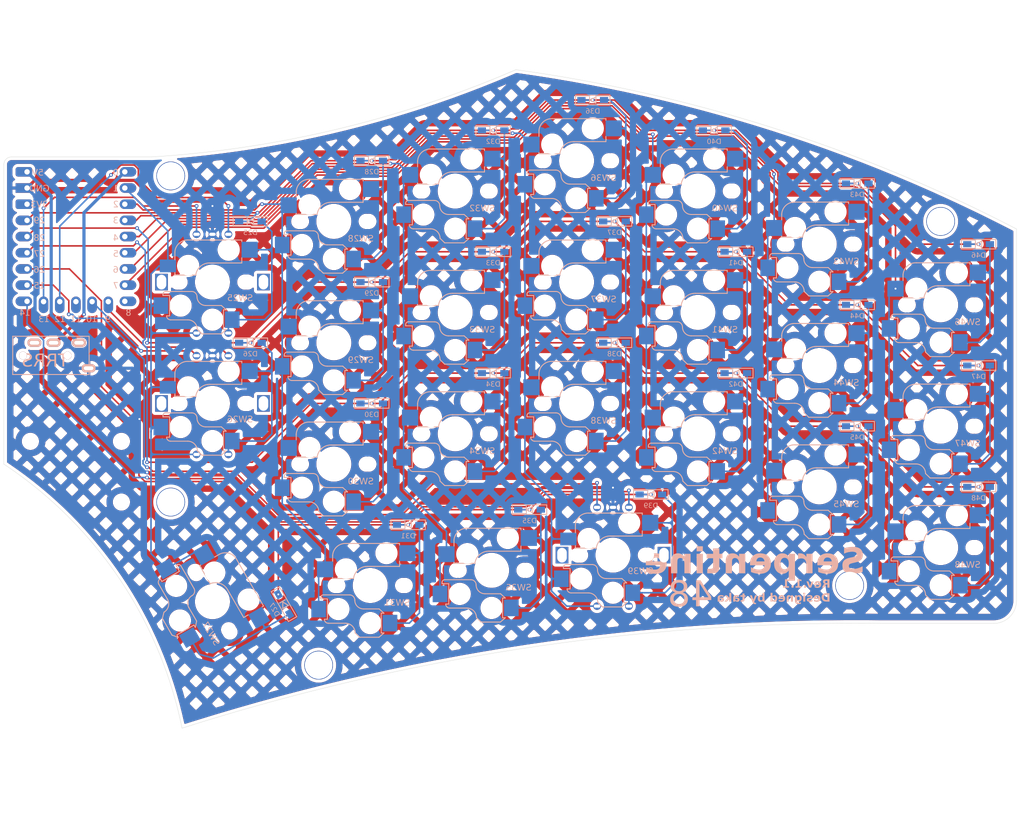
<source format=kicad_pcb>
(kicad_pcb (version 20240108) (generator "pcbnew") (generator_version "8.0")
  (layers (0 "F.Cu" signal) (31 "B.Cu" signal) (34 "B.Paste" user) (35 "F.Paste" user) (36 "B.SilkS" user "B.Silkscreen") (37 "F.SilkS" user "F.Silkscreen") (38 "B.Mask" user) (39 "F.Mask" user) (44 "Edge.Cuts" user))
  (net 0 "")
  (net 1 "Row5")
  (net 2 "Net-(D25-A)")
  (net 3 "Row6")
  (net 4 "Net-(D26-A)")
  (net 5 "Net-(D27-A)")
  (net 6 "Row7")
  (net 7 "Row4")
  (net 8 "Net-(D28-A)")
  (net 9 "Net-(D29-A)")
  (net 10 "Net-(D30-A)")
  (net 11 "Net-(D31-A)")
  (net 12 "Net-(D32-A)")
  (net 13 "Net-(D33-A)")
  (net 14 "Net-(D34-A)")
  (net 15 "Net-(D35-A)")
  (net 16 "Net-(D36-A)")
  (net 17 "Net-(D37-A)")
  (net 18 "Net-(D38-A)")
  (net 19 "Net-(D39-A)")
  (net 20 "Net-(D40-A)")
  (net 21 "Net-(D41-A)")
  (net 22 "Net-(D42-A)")
  (net 23 "Net-(D43-A)")
  (net 24 "Net-(D44-A)")
  (net 25 "Net-(D45-A)")
  (net 26 "Net-(D46-A)")
  (net 27 "Net-(D47-A)")
  (net 28 "Net-(D48-A)")
  (net 29 "DATA_R")
  (net 30 "GNDR")
  (net 31 "+5VR")
  (net 33 "+3V3R")
  (net 34 "Col7")
  (net 35 "Col8")
  (net 36 "Col9")
  (net 37 "Col10")
  (net 38 "Col11")
  (net 39 "Col12")
  (net 40 "Col13")
  (net 41 "RE5A")
  (net 42 "RE5B")
  (net 44 "RE6B")
  (net 45 "RE6A")
  (net 46 "RE4A")
  (net 47 "RE4B")
  (footprint "kbd_Hole:m2_Spacer_Hole" (layer "F.Cu") (at 87.573152 57.231688)
    (property "Reference" "Ref**" (hide yes))
    (property "Value" "Val**" (hide yes))
  )
  (footprint "kbd_Parts:Diode_SMD" (layer "F.Cu") (at 214.374718 86.997318)
    (property "Reference" "D47")
    (property "Value" "D" (hide yes))
  )
  (footprint "kbd_Parts:Diode_SMD" (layer "F.Cu") (at 119.124722 54.850444)
    (property "Reference" "D28")
    (property "Value" "D" (hide yes))
  )
  (footprint "kbd_Parts:Diode_SMD" (layer "F.Cu") (at 176.27472 69.137942)
    (property "Reference" "D41")
    (property "Value" "D" (hide yes))
  )
  (footprint "kbd_Parts:Diode_SMD" (layer "F.Cu") (at 100.07472 64.375443)
    (property "Reference" "D25")
    (property "Value" "D" (hide yes))
  )
  (footprint "kbd_Parts:Diode_SMD" (layer "F.Cu") (at 176.27472 88.187942)
    (property "Reference" "D42")
    (property "Value" "D" (hide yes))
  )
  (footprint "kbd_Hole:m2_Screw_Hole" (layer "F.Cu") (at 65.546593 98.903566)
    (property "Reference" "Ref**" (hide yes))
    (property "Value" "Val**" (hide yes))
  )
  (footprint "kbd_Parts:Diode_SMD" (layer "F.Cu") (at 119.124721 92.950442)
    (property "Reference" "D30")
    (property "Value" "D" (hide yes))
  )
  (footprint "kbd_Hole:m2_Spacer_Hole" (layer "F.Cu") (at 208.421593 64.375443)
    (property "Reference" "Ref**" (hide yes))
    (property "Value" "Val**" (hide yes))
  )
  (footprint "taka_lib:Kailh FullPOM MX_Hotswap" (layer "F.Cu") (at 113.171595 83.425437)
    (property "Reference" "SW29" (hide yes))
    (property "Value" "SW_Push" (hide yes))
  )
  (footprint "taka_lib:Kailh FullPOM MX_Hotswap" (layer "F.Cu") (at 208.421596 77.472315)
    (property "Reference" "SW46" (hide yes))
    (property "Value" "SW_Push" (hide yes))
  )
  (footprint "taka_lib:Kailh FullPOM MX_Hotswap_RE" (layer "F.Cu") (at 94.121596 92.950442)
    (property "Reference" "SW26" (hide yes))
    (property "Value" "RotaryEncoder_Switch" (hide yes))
  )
  (footprint "kbd_Hole:m2_Screw_Hole" (layer "F.Cu") (at 79.834093 108.428572)
    (property "Reference" "Ref**" (hide yes))
    (property "Value" "Val**" (hide yes))
  )
  (footprint "taka_lib:Kailh FullPOM MX_Hotswap" (layer "F.Cu") (at 113.171593 64.375438)
    (property "Reference" "SW28" (hide yes))
    (property "Value" "SW_Push" (hide yes))
  )
  (footprint "kbd_Parts:Diode_SMD" (layer "F.Cu") (at 195.324718 77.472316)
    (property "Reference" "D44")
    (property "Value" "D" (hide yes))
  )
  (footprint "taka_lib:Kailh FullPOM MX_Hotswap" (layer "F.Cu") (at 118.886594 121.52544)
    (property "Reference" "SW31" (hide yes))
    (property "Value" "SW_Push" (hide yes))
  )
  (footprint "kbd_Parts:Diode_SMD" (layer "F.Cu") (at 195.324718 96.522316)
    (property "Reference" "D45")
    (property "Value" "D" (hide yes))
  )
  (footprint "taka_lib:Kailh FullPOM MX_Hotswap" (layer "F.Cu") (at 189.371592 106.047316)
    (property "Reference" "SW45" (hide yes))
    (property "Value" "SW_Push" (hide yes))
  )
  (footprint "taka_lib:Kailh FullPOM MX_Hotswap" (layer "F.Cu") (at 170.321595 59.612939)
    (property "Reference" "SW40" (hide yes))
    (property "Value" "SW_Push" (hide yes))
  )
  (footprint "kbd_Parts:Diode_SMD" (layer "F.Cu") (at 153.811594 45.325435)
    (property "Reference" "D36")
    (property "Value" "D" (hide yes))
  )
  (footprint "taka_lib:Kailh FullPOM MX_Hotswap_RE" (layer "F.Cu") (at 156.986595 116.76294)
    (property "Reference" "SW39" (hide yes))
    (property "Value" "RotaryEncoder_Switch" (hide yes))
  )
  (footprint "kbd_Parts:Diode_SMD" (layer "F.Cu") (at 157.22472 64.375442)
    (property "Reference" "D37")
    (property "Value" "D" (hide yes))
  )
  (footprint "kbd_Parts:Diode_SMD" (layer "F.Cu") (at 100.07472 83.425443)
    (property "Reference" "D26")
    (property "Value" "D" (hide yes))
  )
  (footprint "taka_lib:Kailh FullPOM MX_Hotswap" (layer "F.Cu") (at 113.171595 102.475441)
    (property "Reference" "SW30" (hide yes))
    (property "Value" "SW_Push" (hide yes))
  )
  (footprint "taka_lib:Kailh FullPOM MX_Hotswap" (layer "F.Cu") (at 132.221595 97.712943)
    (property "Reference" "SW34" (hide yes))
    (property "Value" "SW_Push" (hide yes))
  )
  (footprint "taka_lib:Kailh FullPOM MX_Hotswap" (layer "F.Cu") (at 94.121595 124.065442 -60)
    (property "Reference" "SW27" (hide yes))
    (property "Value" "SW_Push" (hide yes))
  )
  (footprint "kbd_Parts:Diode_SMD" (layer "F.Cu") (at 124.83972 112.000443)
    (property "Reference" "D31")
    (property "Value" "D" (hide yes))
  )
  (footprint "taka_lib:Kailh FullPOM MX_Hotswap" (layer "F.Cu") (at 189.371595 67.947319)
    (property "Reference" "SW43" (hide yes))
    (property "Value" "SW_Push" (hide yes))
  )
  (footprint "kbd_Parts:Diode_SMD" (layer "F.Cu") (at 162.939718 107.237941)
    (property "Reference" "D39")
    (property "Value" "D" (hide yes))
  )
  (footprint "kbd_Parts:Diode_SMD" (layer "F.Cu") (at 214.374718 67.947318)
    (property "Reference" "D46")
    (property "Value" "D" (hide yes))
  )
  (footprint "taka_lib:Kailh FullPOM MX_Hotswap" (layer "F.Cu") (at 208.421593 96.522315)
    (property "Reference" "SW47" (hide yes))
    (property "Value" "SW_Push" (hide yes))
  )
  (footprint "taka_lib:Kailh FullPOM MX_Hotswap" (layer "F.Cu") (at 170.321594 78.662939)
    (property "Reference" "SW41" (hide yes))
    (property "Value" "SW_Push" (hide yes))
  )
  (footprint "taka_lib:Kailh FullPOM MX_Hotswap" (layer "F.Cu") (at 132.221595 78.662937)
    (property "Reference" "SW33" (hide yes))
    (property "Value" "SW_Push" (hide yes))
  )
  (footprint "taka_lib:Kailh FullPOM MX_Hotswap" (layer "F.Cu") (at 151.271594 73.900439)
    (property "Reference" "SW37" (hide yes))
    (property "Value" "SW_Push" (hide yes))
  )
  (footprint "taka_lib:Kailh FullPOM MX_Hotswap" (layer "F.Cu") (at 151.271594 54.850438)
    (property "Reference" "SW36" (hide yes))
    (property "Value" "SW_Push" (hide yes))
  )
  (footprint "kbd_Parts:Diode_SMD" (layer "F.Cu") (at 138.174722 69.137944)
    (property "Reference" "D33")
    (property "Value" "D" (hide yes))
  )
  (footprint "kbd_Parts:Diode_SMD" (layer "F.Cu") (at 119.124722 73.900443)
    (property "Reference" "D29")
    (property "Value" "D" (hide yes))
  )
  (footprint "kbd_Parts:Diode_SMD" (layer "F.Cu") (at 143.88972 109.619193)
    (property "Reference" "D35")
    (property "Value" "D" (hide yes))
  )
  (footprint "kbd_Parts:Diode_SMD" (layer "F.Cu") (at 214.374718 106.047316)
    (property "Reference" "D48")
    (property "Value" "D" (hide yes))
  )
  (footprint "kbd_Hole:m2_Spacer_Hole" (layer "F.Cu") (at 194.134095 121.525441)
    (property "Reference" "Ref**" (hide yes))
    (property "Value" "Val**" (hide yes))
  )
  (footprint "kbd_Parts:Diode_SMD" (layer "F.Cu") (at 138.174723 88.187941)
    (property "Reference" "D34")
    (property "Value" "D" (hide yes))
  )
  (footprint "taka_lib:Kailh FullPOM MX_Hotswap" (layer "F.Cu") (at 137.936593 119.14419)
    (property "Reference" "SW35" (hide yes))
    (property "Value" "SW_Push" (hide yes))
  )
  (footprint "kbd_Hole:m2_Screw_Hole" (layer "F.Cu") (at 79.834093 98.903566)
    (property "Reference" "Ref**" (hide yes))
    (property "Value" "Val**" (hide yes))
  )
  (footprint "taka_lib:Kailh FullPOM MX_Hotswap_RE" (layer "F.Cu") (at 94.121593 73.900438)
    (property "Reference" "SW25" (hide yes))
    (property "Value" "RotaryEncoder_Switch" (hide yes))
  )
  (footprint "taka_lib:Kailh FullPOM MX_Hotswap" (layer "F.Cu") (at 170.321594 97.712939)
    (property "Reference" "SW42" (hide yes))
    (property "Value" "SW_Push" (hide yes))
  )
  (footprint "taka_lib:RP2040 Zero" (layer "F.Cu") (at 72.690207 66.756735)
    (property "Reference" "U2" (hide yes))
    (property "Value" "RP2040-Zero")
  )
  (footprint "taka_lib:Kailh FullPOM MX_Hotswap" (layer "F.Cu") (at 132.221595 59.612937)
    (property "Reference" "SW32" (hide yes))
    (property "Value" "SW_Push" (hide yes))
  )
  (footprint "taka_lib:Kailh FullPOM MX_Hotswap" (layer "F.Cu") (at 208.421593 115.572315)
    (property "Reference" "SW48" (hide yes))
    (property "Value" "SW_Push" (hide yes))
  )
  (footprint "taka_lib:Kailh FullPOM MX_Hotswap" (layer "F.Cu") (at 151.271594 92.950437)
    (property "Reference" "SW38" (hide yes))
    (property "Value" "SW_Push" (hide yes))
  )
  (footprint "kbd_Parts:Diode_SMD" (layer "F.Cu") (at 157.224721 83.425442)
    (property "Reference" "D38")
    (property "Value" "D" (hide yes))
  )
  (footprint "kbd_Parts:Diode_SMD" (layer "F.Cu") (at 195.324718 58.422318)
    (property "Reference" "D43")
    (property "Value" "D" (hide yes))
  )
  (footprint "taka_lib:Kailh FullPOM MX_Hotswap" (layer "F.Cu") (at 189.371596 86.997315)
    (property "Reference" "SW44" (hide yes))
    (property "Value" "SW_Push" (hide yes))
  )
  (footprint "kbd_Parts:Diode_SMD" (layer "F.Cu") (at 172.861594 50.087944)
    (property "Reference" "D40")
    (property "Value" "D" (hide yes))
  )
  (footprint "kbd_Parts:Diode_SMD" (layer "F.Cu") (at 105.347048 124.4585 -60)
    (property "Reference" "D27")
    (property "Value" "D" (hide yes))
  )
  (footprint "kbd_Parts:Diode_SMD" (layer "F.Cu") (at 138.17472 50.087942)
    (property "Reference" "D32")
    (property "Value" "D" (hide yes))
  )
  (footprint "kbd_Hole:m2_Spacer_Hole" (layer "F.Cu") (at 110.790275 134.027022)
    (property "Reference" "Ref**" (hide yes))
    (property "Value" "Val**" (hide yes))
  )
  (footprint "taka_lib:TRRS_MJ-4PP-9_1" (layer "B.Cu") (at 68.879397 85.425444 -90)
    (property "Reference" "JACK2")
    (property "Value" "MJ-4PP-9" (hide yes))
  )
  (footprint "kbd_Hole:m2_Spacer_Hole" (layer "B.Cu") (at 87.573152 108.428564 180)
    (property "Reference" "Ref**" (hide yes))
    (property "Value" "Val**" (hide yes))
  )
  (gr_line (start 62.570051 54.255086) (end 84.596742 54.25517) (stroke (width 0.05)) (layer "Edge.Cuts"))
  (gr_arc (start 141.746661 40.56297) (mid 182.10933 49.695253) (end 220.32791 65.566098) (stroke (width 0.05)) (layer "Edge.Cuts"))
  (gr_line (start 220.32791 65.566098) (end 220.32791 123.906723) (stroke (width 0.05)) (layer "Edge.Cuts"))
  (gr_line (start 198.89666 127.478598) (end 216.756035 127.478598) (stroke (width 0.05)) (layer "Edge.Cuts"))
  (gr_arc (start 220.32791 123.906723) (mid 219.281744 126.432433) (end 216.756035 127.478598) (stroke (width 0.05)) (layer "Edge.Cuts"))
  (gr_arc (start 61.379444 102.475565) (mid 79.485568 120.417949) (end 89.347185 143.923466) (stroke (width 0.05)) (layer "Edge.Cuts"))
  (gr_arc (start 61.379432 55.445714) (mid 61.72803 54.60369) (end 62.570051 54.255086) (stroke (width 0.05)) (layer "Edge.Cuts"))
  (gr_arc (start 89.347185 143.923466) (mid 143.463113 131.312294) (end 198.89666 127.478598) (stroke (width 0.05)) (layer "Edge.Cuts"))
  (gr_line (start 61.379432 55.445714) (end 61.379398 102.475451) (stroke (width 0.05)) (layer "Edge.Cuts"))
  (gr_arc (start 141.746661 40.56297) (mid 113.764834 49.884753) (end 84.596744 54.255198) (stroke (width 0.05)) (layer "Edge.Cuts"))
  (gr_text "48" (at 172.691225 125.468903 0) (layer "B.SilkS") (effects (font (size 4 4)) (justify left bottom mirror)))
  (gr_text "Rev.1.1\nDesigned by taka" (at 191.145928 124.278277 0) (layer "B.SilkS") (effects (font (size 1.3 1.3) (thickness 0.25) (bold yes)) (justify left bottom mirror)))
  (gr_text "Serpentine" (at 179.239668 117.953567 0) (layer "B.SilkS") (effects (font (size 4 4) (thickness 0.3) (bold yes)) (justify mirror)))
  (segment (start 176.274719 69.137942) (end 184.609094 77.472317) (width 0.25) (layer "F.Cu") (net 1))
  (segment (start 138.174719 69.137943) (end 139.365344 69.137942) (width 0.25) (layer "F.Cu") (net 1))
  (segment (start 119.124718 73.900442) (end 120.315344 73.900442) (width 0.25) (layer "F.Cu") (net 1))
  (segment (start 66.352432 65.42451) (end 65.020207 66.756735) (width 0.25) (layer "F.Cu") (net 1))
  (segment (start 195.324718 77.472316) (end 204.849718 86.997316) (width 0.25) (layer "F.Cu") (net 1))
  (segment (start 109.599718 73.900442) (end 119.124718 73.900442) (width 0.25) (layer "F.Cu") (net 1))
  (segment (start 184.609094 77.472317) (end 195.324718 77.472316) (width 0.25) (layer "F.Cu") (net 1))
  (segment (start 120.315344 73.900442) (end 125.077844 69.137942) (width 0.25) (layer "F.Cu") (net 1))
  (segment (start 83.849722 83.425442) (end 100.074718 83.425442) (width 0.25) (layer "F.Cu") (net 1))
  (segment (start 100.074718 83.425442) (end 109.599718 73.900442) (width 0.25) (layer "F.Cu") (net 1))
  (segment (start 82.286068 65.42451) (end 66.352432 65.42451) (width 0.25) (layer "F.Cu") (net 1))
  (segment (start 125.077844 69.137942) (end 138.174719 69.137943) (width 0.25) (layer "F.Cu") (net 1))
  (segment (start 139.365344 69.137942) (end 144.127844 64.375442) (width 0.25) (layer "F.Cu") (net 1))
  (segment (start 144.127844 64.375442) (end 157.224719 64.375442) (width 0.25) (layer "F.Cu") (net 1))
  (segment (start 161.987219 69.137942) (end 176.274719 69.137942) (width 0.25) (layer "F.Cu") (net 1))
  (segment (start 157.224719 64.375442) (end 161.987219 69.137942) (width 0.25) (layer "F.Cu") (net 1))
  (segment (start 204.849718 86.997316) (end 214.374718 86.997318) (width 0.25) (layer "F.Cu") (net 1))
  (via (at 100.074718 83.425442) (size 0.6) (drill 0.3) (layers "F.Cu" "B.Cu") (net 1))
  (via (at 138.174719 69.137943) (size 0.6) (drill 0.3) (layers "F.Cu" "B.Cu") (net 1))
  (via (at 214.374718 86.997318) (size 0.6) (drill 0.3) (layers "F.Cu" "B.Cu") (net 1))
  (via (at 157.224719 64.375442) (size 0.6) (drill 0.3) (layers "F.Cu" "B.Cu") (net 1))
  (via (at 82.286068 65.42451) (size 0.6) (drill 0.3) (layers "F.Cu" "B.Cu") (net 1))
  (via (at 83.849722 83.425442) (size 0.6) (drill 0.3) (layers "F.Cu" "B.Cu") (net 1))
  (via (at 195.324718 77.472316) (size 0.6) (drill 0.3) (layers "F.Cu" "B.Cu") (net 1))
  (via (at 119.124718 73.900442) (size 0.6) (drill 0.3) (layers "F.Cu" "B.Cu") (net 1))
  (via (at 176.274719 69.137942) (size 0.6) (drill 0.3) (layers "F.Cu" "B.Cu") (net 1))
  (segment (start 84.024722 83.250442) (end 83.849722 83.425442) (width 0.25) (layer "B.Cu") (net 1))
  (segment (start 138.174719 69.137943) (end 136.39972 69.137942) (width 0.25) (layer "B.Cu") (net 1))
  (segment (start 176.274719 69.137942) (end 174.499722 69.137942) (width 0.25) (layer "B.Cu") (net 1))
  (segment (start 214.374718 86.997318) (end 212.599717 86.997317) (width 0.25) (layer "B.Cu") (net 1))
  (segment (start 82.286068 65.42451) (end 84.024722 67.163164) (width 0.25) (layer "B.Cu") (net 1))
  (segment (start 84.024722 67.163164) (end 84.024722 83.250442) (width 0.25) (layer "B.Cu") (net 1))
  (segment (start 98.299718 83.425442) (end 100.074718 83.425442) (width 0.25) (layer "B.Cu") (net 1))
  (segment (start 119.124718 73.900442) (end 117.349722 73.900442) (width 0.25) (layer "B.Cu") (net 1))
  (segment (start 195.324718 77.472316) (end 193.549718 77.472318) (width 0.25) (layer "B.Cu") (net 1))
  (segment (start 157.224719 64.375442) (end 155.438845 64.375442) (width 0.25) (layer "B.Cu") (net 1))
  (segment (start 103.446598 69.435606) (end 103.446598 78.663124) (width 0.25) (layer "B.Cu") (net 2))
  (segment (start 103.446598 68.244982) (end 103.446598 68.542638) (width 0.25) (layer "B.Cu") (net 2))
  (segment (start 102.753486 68.820444) (end 103.168792 68.820443) (width 0.25) (layer "B.Cu") (net 2))
  (segment (start 103.446598 68.542638) (end 103.446598 69.138116) (width 0.25) (layer "B.Cu") (net 2))
  (segment (start 102.753486 68.820444) (end 102.831434 68.820444) (width 0.25) (layer "B.Cu") (net 2))
  (segment (start 99.963598 68.820443) (end 102.753486 68.820444) (width 0.25) (layer "B.Cu") (net 2))
  (segment (start 97.221597 79.800443) (end 102.309279 79.800443) (width 0.25) (layer "B.Cu") (net 2))
  (segment (start 103.446598 65.972321) (end 103.446598 68.244982) (width 0.25) (layer "B.Cu") (net 2))
  (segment (start 103.446598 69.138116) (end 103.446598 69.435606) (width 0.25) (layer "B.Cu") (net 2))
  (segment (start 96.621599 81.900443) (end 96.621599 80.400442) (width 0.25) (layer "B.Cu") (net 2))
  (segment (start 101.84972 64.375443) (end 103.446598 65.972321) (width 0.25) (layer "B.Cu") (net 2))
  (segment (start 102.309279 79.800443) (end 103.446598 78.663124) (width 0.25) (layer "B.Cu") (net 2))
  (segment (start 102.753486 68.820444) (end 102.871136 68.820444) (width 0.25) (layer "B.Cu") (net 2))
  (segment (start 102.753486 68.820444) (end 103.128924 68.820444) (width 0.25) (layer "B.Cu") (net 2))
  (arc (start 102.871136 68.820444) (mid 103.278048 68.651894) (end 103.446598 68.244982) (width 0.25) (layer "B.Cu") (net 2))
  (arc (start 103.128924 68.820444) (mid 103.353553 68.913487) (end 103.446598 69.138116) (width 0.25) (layer "B.Cu") (net 2))
  (arc (start 102.831434 68.820444) (mid 103.26642 69.00062) (end 103.446598 69.435606) (width 0.25) (layer "B.Cu") (net 2))
  (arc (start 103.168792 68.820443) (mid 103.36523 68.739076) (end 103.446598 68.542638) (width 0.25) (layer "B.Cu") (net 2))
  (segment (start 81.714123 68.221735) (end 82.286068 67.64979) (width 0.25) (layer "F.Cu") (net 3))
  (segment (start 195.324718 96.522316) (end 204.849718 106.047316) (width 0.25) (layer "F.Cu") (net 3))
  (segment (start 204.849718 106.047316) (end 214.374718 106.047316) (width 0.25) (layer "F.Cu") (net 3))
  (segment (start 157.224719 83.425443) (end 161.987219 88.187943) (width 0.25) (layer "F.Cu") (net 3))
  (segment (start 65.020207 69.296735) (end 66.095207 68.221735) (width 0.25) (layer "F.Cu") (net 3))
  (segment (start 184.609094 96.522318) (end 195.324718 96.522316) (width 0.25) (layer "F.Cu") (net 3))
  (segment (start 83.849722 102.177944) (end 100.372217 102.177944) (width 0.25) (layer "F.Cu") (net 3))
  (segment (start 100.372217 102.177944) (end 109.599718 92.950442) (width 0.25) (layer "F.Cu") (net 3))
  (segment (start 119.124718 92.950442) (end 120.315344 92.950442) (width 0.25) (layer "F.Cu") (net 3))
  (segment (start 161.987219 88.187943) (end 176.274719 88.187943) (width 0.25) (layer "F.Cu") (net 3))
  (segment (start 125.077844 88.187942) (end 138.174719 88.187943) (width 0.25) (layer "F.Cu") (net 3))
  (segment (start 109.599718 92.950442) (end 119.124718 92.950442) (width 0.25) (layer "F.Cu") (net 3))
  (segment (start 66.095207 68.221735) (end 81.714123 68.221735) (width 0.25) (layer "F.Cu") (net 3))
  (segment (start 138.174719 88.187943) (end 139.365344 88.187942) (width 0.25) (layer "F.Cu") (net 3))
  (segment (start 139.365344 88.187942) (end 144.127844 83.425442) (width 0.25) (layer "F.Cu") (net 3))
  (segment (start 144.127844 83.425442) (end 157.224719 83.425443) (width 0.25) (layer "F.Cu") (net 3))
  (segment (start 176.274719 88.187943) (end 184.609094 96.522318) (width 0.25) (layer "F.Cu") (net 3))
  (segment (start 120.315344 92.950442) (end 125.077844 88.187942) (width 0.25) (layer "F.Cu") (net 3))
  (via (at 214.374718 106.047316) (size 0.6) (drill 0.3) (layers "F.Cu" "B.Cu") (net 3))
  (via (at 82.286068 67.64979) (size 0.6) (drill 0.3) (layers "F.Cu" "B.Cu") (net 3))
  (via (at 157.224719 83.425443) (size 0.6) (drill 0.3) (layers "F.Cu" "B.Cu") (net 3))
  (via (at 195.324718 96.522316) (size 0.6) (drill 0.3) (layers "F.Cu" "B.Cu") (net 3))
  (via (at 176.274719 88.187943) (size 0.6) (drill 0.3) (layers "F.Cu" "B.Cu") (net 3))
  (via (at 83.849722 102.177944) (size 0.6) (drill 0.3) (layers "F.Cu" "B.Cu") (net 3))
  (via (at 119.124718 92.950442) (size 0.6) (drill 0.3) (layers "F.Cu" "B.Cu") (net 3))
  (via (at 138.174719 88.187943) (size 0.6) (drill 0.3) (layers "F.Cu" "B.Cu") (net 3))
  (segment (start 83.849722 84.309326) (end 83.849722 102.177944) (width 0.25) (layer "B.Cu") (net 3))
  (segment (start 157.224719 83.425443) (end 155.438845 83.425442) (width 0.25) (layer "B.Cu") (net 3))
  (segment (start 138.174719 88.187943) (end 136.39972 88.187942) (width 0.25) (layer "B.Cu") (net 3))
  (segment (start 83.224722 83.684326) (end 83.849722 84.309326) (width 0.25) (layer "B.Cu") (net 3))
  (segment (start 195.324718 96.522316) (end 193.549718 96.522318) (width 0.25) (layer "B.Cu") (net 3))
  (segment (start 83.574722 68.938444) (end 83.574722 82.816558) (width 0.25) (layer "B.Cu") (net 3))
  (segment (start 119.124718 92.950442) (end 117.349722 92.950442) (width 0.25) (layer "B.Cu") (net 3))
  (segment (start 83.224722 83.166558) (end 83.224722 83.684326) (width 0.25) (layer "B.Cu") (net 3))
  (segment (start 214.374718 106.047316) (end 212.599717 106.047317) (width 0.25) (layer "B.Cu") (net 3))
  (segment (start 82.286068 67.64979) (end 83.574722 68.938444) (width 0.25) (layer "B.Cu") (net 3))
  (segment (start 83.574722 82.816558) (end 83.224722 83.166558) (width 0.25) (layer "B.Cu") (net 3))
  (segment (start 176.274719 88.187943) (end 174.499722 88.187942) (width 0.25) (layer "B.Cu") (net 3))
  (segment (start 102.753487 87.870443) (end 103.168794 87.870443) (width 0.25) (layer "B.Cu") (net 4))
  (segment (start 103.446598 85.022321) (end 103.446598 87.294982) (width 0.25) (layer "B.Cu") (net 4))
  (segment (start 102.309278 98.850443) (end 103.446598 97.713124) (width 0.25) (layer "B.Cu") (net 4))
  (segment (start 102.753487 87.870443) (end 102.871137 87.870443) (width 0.25) (layer "B.Cu") (net 4))
  (segment (start 96.621599 100.950443) (end 96.621599 99.450442) (width 0.25) (layer "B.Cu") (net 4))
  (segment (start 103.446598 88.485606) (end 103.446598 97.713124) (width 0.25) (layer "B.Cu") (net 4))
  (segment (start 103.446598 88.188116) (end 103.446598 88.485606) (width 0.25) (layer "B.Cu") (net 4))
  (segment (start 102.753487 87.870443) (end 102.831435 87.870443) (width 0.25) (layer "B.Cu") (net 4))
  (segment (start 103.446598 87.592638) (end 103.446598 88.188116) (width 0.25) (layer "B.Cu") (net 4))
  (segment (start 99.963598 87.870443) (end 102.753487 87.870443) (width 0.25) (layer "B.Cu") (net 4))
  (segment (start 103.446598 87.294982) (end 103.446598 87.592638) (width 0.25) (layer "B.Cu") (net 4))
  (segment (start 97.221597 98.850443) (end 102.309278 98.850443) (width 0.25) (layer "B.Cu") (net 4))
  (segment (start 102.753487 87.870443) (end 103.128925 87.870443) (width 0.25) (layer "B.Cu") (net 4))
  (segment (start 101.84972 83.425443) (end 103.446598 85.022321) (width 0.25) (layer "B.Cu") (net 4))
  (arc (start 103.128925 87.870443) (mid 103.353553 87.963488) (end 103.446598 88.188116) (width 0.25) (layer "B.Cu") (net 4))
  (arc (start 103.168794 87.870443) (mid 103.36523 87.789076) (end 103.446598 87.592638) (width 0.25) (layer "B.Cu") (net 4))
  (arc (start 102.831435 87.870443) (mid 103.26642 88.050621) (end 103.446598 88.485606) (width 0.25) (layer "B.Cu") (net 4))
  (arc (start 102.871137 87.870443) (mid 103.278048 87.701894) (end 103.446598 87.294982) (width 0.25) (layer "B.Cu") (net 4))
  (segment (start 101.442001 126.584765) (end 102.166749 127.840065) (width 0.25) (layer "B.Cu") (net 5))
  (segment (start 101.989864 128.446365) (end 94.247675 132.91632) (width 0.25) (layer "B.Cu") (net 5))
  (segment (start 106.234549 125.995696) (end 102.763197 127.999881) (width 0.25) (layer "B.Cu") (net 5))
  (segment (start 94.247675 132.91632) (end 92.08423 132.336628) (width 0.25) (layer "B.Cu") (net 5))
  (segment (start 92.08423 132.336628) (end 90.562042 129.700121) (width 0.25) (layer "B.Cu") (net 5))
  (segment (start 102.763197 127.999881) (end 101.989864 128.446365) (width 0.25) (layer "B.Cu") (net 5))
  (segment (start 101.442001 126.584765) (end 102.156895 127.822996) (width 0.25) (layer "B.Cu") (net 5))
  (arc (start 102.156895 127.822996) (mid 102.202485 128.169274) (end 101.989864 128.446365) (width 0.25) (layer "B.Cu") (net 5))
  (arc (start 102.166749 127.840065) (mid 102.431874 128.043501) (end 102.763197 127.999881) (width 0.25) (layer "B.Cu") (net 5))
  (segment (start 76.695207 90.325138) (end 76.695207 76.861454) (width 0.25) (layer "F.Cu") (net 6))
  (segment (start 104.459548 112.150766) (end 104.609873 112.000442) (width 0.25) (layer "F.Cu") (net 6))
  (segment (start 104.459548 122.921307) (end 104.459548 112.595647) (width 0.25) (layer "F.Cu") (net 6))
  (segment (start 104.459548 112.448422) (end 104.459548 112.445428) (width 0.25) (layer "F.Cu") (net 6))
  (segment (start 103.717011 112.000442) (end 96.919523 105.202953) (width 0.25) (layer "F.Cu") (net 6))
  (segment (start 104.459548 112.595647) (end 104.459548 112.150766) (width 0.25) (layer "F.Cu") (net 6))
  (segment (start 104.90753 112.000441) (end 104.609873 112.000442) (width 0.25) (layer "F.Cu") (net 6))
  (segment (start 104.609873 112.000442) (end 104.014562 112.000441) (width 0.25) (layer "F.Cu") (net 6))
  (segment (start 76.695207 76.861454) (end 71.670487 71.836735) (width 0.25) (layer "F.Cu") (net 6))
  (segment (start 82.58333 104.26128) (end 82.58333 96.213261) (width 0.25) (layer "F.Cu") (net 6))
  (segment (start 82.58333 96.213261) (end 76.695207 90.325138) (width 0.25) (layer "F.Cu") (net 6))
  (segment (start 124.839718 112.000441) (end 104.90753 112.000441) (width 0.25) (layer "F.Cu") (net 6))
  (segment (start 146.270968 107.237941) (end 143.889718 109.619191) (width 0.25) (layer "F.Cu") (net 6))
  (segment (start 127.220968 109.619191) (end 124.839718 112.000441) (width 0.25) (layer "F.Cu") (net 6))
  (segment (start 104.459548 112.595647) (end 104.459548 112.448422) (width 0.25) (layer "F.Cu") (net 6))
  (segment (start 104.014562 112.000441) (end 103.717011 112.000442) (width 0.25) (layer "F.Cu") (net 6))
  (segment (start 96.919523 105.202953) (end 83.525002 105.202953) (width 0.25) (layer "F.Cu") (net 6))
  (segment (start 143.889718 109.619191) (end 127.220968 109.619191) (width 0.25) (layer "F.Cu") (net 6))
  (segment (start 83.525002 105.202953) (end 82.58333 104.26128) (width 0.25) (layer "F.Cu") (net 6))
  (segment (start 71.670487 71.836735) (end 65.020207 71.836735) (width 0.25) (layer "F.Cu") (net 6))
  (segment (start 162.939718 107.237941) (end 146.270968 107.237941) (width 0.25) (layer "F.Cu") (net 6))
  (via (at 162.939718 107.237941) (size 0.6) (drill 0.3) (layers "F.Cu" "B.Cu") (net 6))
  (via (at 104.459548 122.921307) (size 0.6) (drill 0.3) (layers "F.Cu" "B.Cu") (net 6))
  (via (at 143.889718 109.619191) (size 0.6) (drill 0.3) (layers "F.Cu" "B.Cu") (net 6))
  (via (at 124.839718 112.000441) (size 0.6) (drill 0.3) (layers "F.Cu" "B.Cu") (net 6))
  (arc (start 104.459548 112.445428) (mid 104.329214 112.130776) (end 104.014562 112.000441) (width 0.25) (layer "F.Cu") (net 6))
  (arc (start 104.459548 112.448422) (mid 104.590759 112.131652) (end 104.90753 112.000441) (width 0.25) (layer "F.Cu") (net 6))
  (segment (start 143.889718 109.619191) (end 142.114721 109.619192) (width 0.25) (layer "B.Cu") (net 6))
  (segment (start 124.839718 112.000441) (end 123.064721 112.000442) (width 0.25) (layer "B.Cu") (net 6))
  (segment (start 161.164718 107.237941) (end 162.939718 107.237941) (width 0.25) (layer "B.Cu") (net 6))
  (segment (start 140.78817 50.087944) (end 141.026297 49.849817) (width 0.25) (layer "F.Cu") (net 7))
  (segment (start 182.886821 57.831416) (end 183.477724 58.422319) (width 0.25) (layer "F.Cu") (net 7))
  (segment (start 127.509712 50.087943) (end 138.17472 50.087943) (width 0.25) (layer "F.Cu") (net 7))
  (segment (start 109.59972 54.850443) (end 119.12472 54.850443) (width 0.25) (layer "F.Cu") (net 7))
  (segment (start 66.204342 63.0326) (end 65.020207 64.216735) (width 0.25) (layer "F.Cu") (net 7))
  (segment (start 101.170076 63.032599) (end 66.204342 63.0326) (width 0.25) (layer "F.Cu") (net 7))
  (segment (start 121.61584 54.850444) (end 121.790841 54.675443) (width 0.25) (layer "F.Cu") (net 7))
  (segment (start 121.790841 54.675443) (end 122.922212 54.675444) (width 0.25) (layer "F.Cu") (net 7))
  (segment (start 172.861594 50.087944) (end 176.274719 50.087944) (width 0.25) (layer "F.Cu") (net 7))
  (segment (start 204.849719 67.947319) (end 214.374719 67.947319) (width 0.25) (layer "F.Cu") (net 7))
  (segment (start 157.30409 45.404814) (end 161.987219 50.087942) (width 0.25) (layer "F.Cu") (net 7))
  (segment (start 122.922212 54.675444) (end 127.509712 50.087943) (width 0.25) (layer "F.Cu") (net 7))
  (segment (start 101.182081 63.020593) (end 101.429569 63.020593) (width 0.25) (layer "F.Cu") (net 7))
  (segment (start 142.157669 49.849817) (end 146.682044 45.325442) (width 0.25) (layer "F.Cu") (net 7))
  (segment (start 101.429569 63.020593) (end 109.59972 54.850443) (width 0.25) (layer "F.Cu") (net 7))
  (segment (start 146.682044 45.325442) (end 153.811587 45.325442) (width 0.25) (layer "F.Cu") (net 7))
  (segment (start 101.182081 63.020593) (end 101.170076 63.032599) (width 0.25) (layer "F.Cu") (net 7))
  (segment (start 153.811594 45.325435) (end 157.224711 45.325435) (width 0.25) (layer "F.Cu") (net 7))
  (segment (start 153.811587 45.325442) (end 153.811594 45.325435) (width 0.25) (layer "F.Cu") (net 7))
  (segment (start 157.224711 45.325435) (end 157.30409 45.404814) (width 0.25) (layer "F.Cu") (net 7))
  (segment (start 182.886821 56.700046) (end 182.886821 57.831416) (width 0.25) (layer "F.Cu") (net 7))
  (segment (start 119.12472 54.850443) (end 121.61584 54.850444) (width 0.25) (layer "F.Cu") (net 7))
  (segment (start 141.026297 49.849817) (end 142.157669 49.849817) (width 0.25) (layer "F.Cu") (net 7))
  (segment (start 176.274719 50.087944) (end 182.886821 56.700046) (width 0.25) (layer "F.Cu") (net 7))
  (segment (start 138.17472 50.087943) (end 140.78817 50.087944) (width 0.25) (layer "F.Cu") (net 7))
  (segment (start 183.477724 58.422319) (end 195.324719 58.422319) (width 0.25) (layer "F.Cu") (net 7))
  (segment (start 195.324719 58.422319) (end 204.849719 67.947319) (width 0.25) (layer "F.Cu") (net 7))
  (segment (start 161.987219 50.087942) (end 172.861594 50.087944) (width 0.25) (layer "F.Cu") (net 7))
  (via (at 138.17472 50.087943) (size 0.6) (drill 0.3) (layers "F.Cu" "B.Cu") (net 7))
  (via (at 119.12472 54.850443) (size 0.6) (drill 0.3) (layers "F.Cu" "B.Cu") (net 7))
  (via (at 195.324719 58.422319) (size 0.6) (drill 0.3) (layers "F.Cu" "B.Cu") (net 7))
  (via (at 101.182081 63.020593) (size 0.6) (drill 0.3) (layers "F.Cu" "B.Cu") (net 7))
  (via (at 214.374719 67.947319) (size 0.6) (drill 0.3) (layers "F.Cu" "B.Cu") (net 7))
  (via (at 172.861594 50.087944) (size 0.6) (drill 0.3) (layers "F.Cu" "B.Cu") (net 7))
  (via (at 153.811594 45.325435) (size 0.6) (drill 0.3) (layers "F.Cu" "B.Cu") (net 7))
  (segment (start 171.086594 50.087944) (end 172.861594 50.087944) (width 0.25) (layer "B.Cu") (net 7))
  (segment (start 119.12472 54.850443) (end 117.349723 54.850444) (width 0.25) (layer "B.Cu") (net 7))
  (segment (start 101.182081 63.020593) (end 99.827232 64.375443) (width 0.25) (layer "B.Cu") (net 7))
  (segment (start 214.374719 67.947319) (end 212.599719 67.947318) (width 0.25) (layer "B.Cu") (net 7))
  (segment (start 99.827232 64.375443) (end 98.29972 64.375443) (width 0.25) (layer "B.Cu") (net 7))
  (segment (start 153.811594 45.325435) (end 152.036594 45.325435) (width 0.25) (layer "B.Cu") (net 7))
  (segment (start 195.324719 58.422319) (end 193.549719 58.422318) (width 0.25) (layer "B.Cu") (net 7))
  (segment (start 138.17472 50.087943) (end 136.39972 50.087943) (width 0.25) (layer "B.Cu") (net 7))
  (segment (start 120.899721 68.691694) (end 119.315969 70.275445) (width 0.25) (layer "B.Cu") (net 8))
  (segment (start 119.013594 59.295444) (end 120.443382 59.295444) (width 0.25) (layer "B.Cu") (net 8))
  (segment (start 120.899721 58.858816) (end 120.899721 59.751782) (width 0.25) (layer "B.Cu") (net 8))
  (segment (start 119.315969 70.275445) (end 116.271595 70.275445) (width 0.25) (layer "B.Cu") (net 8))
  (segment (start 120.899721 59.751782) (end 120.899721 68.691694) (width 0.25) (layer "B.Cu") (net 8))
  (segment (start 119.013594 59.295444) (end 120.463092 59.295445) (width 0.25) (layer "B.Cu") (net 8))
  (segment (start 120.899721 54.850444) (end 120.899721 58.858816) (width 0.25) (layer "B.Cu") (net 8))
  (arc (start 120.443382 59.295444) (mid 120.766062 59.429102) (end 120.899721 59.751782) (width 0.25) (layer "B.Cu") (net 8))
  (arc (start 120.463092 59.295445) (mid 120.771834 59.167559) (end 120.899721 58.858816) (width 0.25) (layer "B.Cu") (net 8))
  (segment (start 119.013595 78.345444) (end 120.463091 78.345445) (width 0.25) (layer "B.Cu") (net 9))
  (segment (start 119.013595 78.345444) (end 120.443382 78.345444) (width 0.25) (layer "B.Cu") (net 9))
  (segment (start 120.899721 78.801783) (end 120.899721 87.741694) (width 0.25) (layer "B.Cu") (net 9))
  (segment (start 120.899721 87.741694) (end 119.31597 89.325445) (width 0.25) (layer "B.Cu") (net 9))
  (segment (start 120.899721 77.908814) (end 120.899721 78.801783) (width 0.25) (layer "B.Cu") (net 9))
  (segment (start 120.899721 73.900444) (end 120.899721 77.908814) (width 0.25) (layer "B.Cu") (net 9))
  (segment (start 119.31597 89.325445) (end 116.271595 89.325445) (width 0.25) (layer "B.Cu") (net 9))
  (arc (start 120.463091 78.345445) (mid 120.771835 78.217558) (end 120.899721 77.908814) (width 0.25) (layer "B.Cu") (net 9))
  (arc (start 120.443382 78.345444) (mid 120.766062 78.479102) (end 120.899721 78.801783) (width 0.25) (layer "B.Cu") (net 9))
  (segment (start 120.899721 106.791695) (end 119.31597 108.375445) (width 0.25) (layer "B.Cu") (net 10))
  (segment (start 119.013594 97.395444) (end 120.463091 97.395445) (width 0.25) (layer "B.Cu") (net 10))
  (segment (start 119.013594 97.395444) (end 120.443382 97.395444) (width 0.25) (layer "B.Cu") (net 10))
  (segment (start 120.899721 97.851783) (end 120.899721 106.791695) (width 0.25) (layer "B.Cu") (net 10))
  (segment (start 120.899721 92.950444) (end 120.899721 96.958815) (width 0.25) (layer "B.Cu") (net 10))
  (segment (start 120.899721 96.958815) (end 120.899721 97.851783) (width 0.25) (layer "B.Cu") (net 10))
  (segment (start 119.31597 108.375445) (end 116.271595 108.375445) (width 0.25) (layer "B.Cu") (net 10))
  (arc (start 120.463091 97.395445) (mid 120.771835 97.267559) (end 120.899721 96.958815) (width 0.25) (layer "B.Cu") (net 10))
  (arc (start 120.443382 97.395444) (mid 120.766062 97.529102) (end 120.899721 97.851783) (width 0.25) (layer "B.Cu") (net 10))
  (segment (start 126.614719 112.000443) (end 126.614718 116.008813) (width 0.25) (layer "B.Cu") (net 11))
  (segment (start 126.614718 116.901781) (end 126.614719 125.841693) (width 0.25) (layer "B.Cu") (net 11))
  (segment (start 124.728593 116.445443) (end 126.15838 116.445443) (width 0.25) (layer "B.Cu") (net 11))
  (segment (start 126.614718 116.008813) (end 126.614718 116.901781) (width 0.25) (layer "B.Cu") (net 11))
  (segment (start 124.728593 116.445443) (end 126.17809 116.445444) (width 0.25) (layer "B.Cu") (net 11))
  (segment (start 125.030968 127.425444) (end 121.986593 127.425445) (width 0.25) (layer "B.Cu") (net 11))
  (segment (start 126.614719 125.841693) (end 125.030968 127.425444) (width 0.25) (layer "B.Cu") (net 11))
  (arc (start 126.17809 116.445444) (mid 126.486832 116.317558) (end 126.614718 116.008813) (width 0.25) (layer "B.Cu") (net 11))
  (arc (start 126.15838 116.445443) (mid 126.48106 116.579101) (end 126.614718 116.901781) (width 0.25) (layer "B.Cu") (net 11))
  (segment (start 139.949721 50.087944) (end 139.94972 54.096314) (width 0.25) (layer "B.Cu") (net 12))
  (segment (start 138.063594 54.532944) (end 139.513092 54.532945) (width 0.25) (layer "B.Cu") (net 12))
  (segment (start 138.063594 54.532944) (end 139.493382 54.532944) (width 0.25) (layer "B.Cu") (net 12))
  (segment (start 139.94972 54.096314) (end 139.94972 54.989282) (width 0.25) (layer "B.Cu") (net 12))
  (segment (start 139.949721 63.929194) (end 138.365969 65.512945) (width 0.25) (layer "B.Cu") (net 12))
  (segment (start 139.94972 54.989282) (end 139.949721 63.929194) (width 0.25) (layer "B.Cu") (net 12))
  (segment (start 138.365969 65.512945) (end 135.321595 65.512946) (width 0.25) (layer "B.Cu") (net 12))
  (arc (start 139.513092 54.532945) (mid 139.821834 54.405059) (end 139.94972 54.096314) (width 0.25) (layer "B.Cu") (net 12))
  (arc (start 139.493382 54.532944) (mid 139.816062 54.666602) (end 139.94972 54.989282) (width 0.25) (layer "B.Cu") (net 12))
  (segment (start 139.94972 73.146314) (end 139.94972 74.039282) (width 0.25) (layer "B.Cu") (net 13))
  (segment (start 138.36597 84.562945) (end 135.321595 84.562946) (width 0.25) (layer "B.Cu") (net 13))
  (segment (start 138.063595 73.582944) (end 139.513092 73.582945) (width 0.25) (layer "B.Cu") (net 13))
  (segment (start 139.949721 69.137944) (end 139.94972 73.146314) (width 0.25) (layer "B.Cu") (net 13))
  (segment (start 139.94972 74.039282) (end 139.949721 82.979194) (width 0.25) (layer "B.Cu") (net 13))
  (segment (start 139.949721 82.979194) (end 138.36597 84.562945) (width 0.25) (layer "B.Cu") (net 13))
  (segment (start 138.063595 73.582944) (end 139.493382 73.582943) (width 0.25) (layer "B.Cu") (net 13))
  (arc (start 139.493382 73.582943) (mid 139.816062 73.716602) (end 139.94972 74.039282) (width 0.25) (layer "B.Cu") (net 13))
  (arc (start 139.513092 73.582945) (mid 139.821834 73.455059) (end 139.94972 73.146314) (width 0.25) (layer "B.Cu") (net 13))
  (segment (start 139.94972 92.196314) (end 139.94972 93.089282) (width 0.25) (layer "B.Cu") (net 14))
  (segment (start 138.063594 92.632946) (end 139.493382 92.632943) (width 0.25) (layer "B.Cu") (net 14))
  (segment (start 138.36597 103.612945) (end 135.321595 103.612945) (width 0.25) (layer "B.Cu") (net 14))
  (segment (start 139.949721 102.029194) (end 138.36597 103.612945) (width 0.25) (layer "B.Cu") (net 14))
  (segment (start 139.949721 88.187944) (end 139.94972 92.196314) (width 0.25) (layer "B.Cu") (net 14))
  (segment (start 138.063594 92.632946) (end 139.513091 92.632946) (width 0.25) (layer "B.Cu") (net 14))
  (segment (start 139.94972 93.089282) (end 139.949721 102.029194) (width 0.25) (layer "B.Cu") (net 14))
  (arc (start 139.493382 92.632943) (mid 139.816062 92.766602) (end 139.94972 93.089282) (width 0.25) (layer "B.Cu") (net 14))
  (arc (start 139.513091 92.632946) (mid 139.821835 92.505059) (end 139.94972 92.196314) (width 0.25) (layer "B.Cu") (net 14))
  (segment (start 143.778592 114.064193) (end 145.22809 114.064195) (width 0.25) (layer "B.Cu") (net 15))
  (segment (start 145.664719 123.460443) (end 144.080968 125.044194) (width 0.25) (layer "B.Cu") (net 15))
  (segment (start 145.664718 113.627563) (end 145.664718 114.520531) (width 0.25) (layer "B.Cu") (net 15))
  (segment (start 143.778592 114.064193) (end 145.20838 114.064192) (width 0.25) (layer "B.Cu") (net 15))
  (segment (start 145.66472 109.619193) (end 145.664718 113.627563) (width 0.25) (layer "B.Cu") (net 15))
  (segment (start 145.664718 114.520531) (end 145.664719 123.460443) (width 0.25) (layer "B.Cu") (net 15))
  (segment (start 144.080968 125.044194) (end 141.036593 125.044195) (width 0.25) (layer "B.Cu") (net 15))
  (arc (start 145.22809 114.064195) (mid 145.536832 113.936308) (end 145.664718 113.627563) (width 0.25) (layer "B.Cu") (net 15))
  (arc (start 145.20838 114.064192) (mid 145.53106 114.197851) (end 145.664718 114.520531) (width 0.25) (layer "B.Cu") (net 15))
  (segment (start 158.99972 49.333814) (end 158.99972 50.226782) (width 0.25) (layer "B.Cu") (net 16))
  (segment (start 155.586594 45.325435) (end 156.490515 45.325435) (width 0.25) (layer "B.Cu") (net 16))
  (segment (start 156.490515 45.325435) (end 157.383489 46.218409) (width 0.25) (layer "B.Cu") (net 16))
  (segment (start 157.113594 49.770444) (end 158.563092 49.770445) (width 0.25) (layer "B.Cu") (net 16))
  (segment (start 157.415969 60.750445) (end 154.371596 60.750446) (width 0.25) (layer "B.Cu") (net 16))
  (segment (start 158.999721 59.166694) (end 157.415969 60.750445) (width 0.25) (layer "B.Cu") (net 16))
  (segment (start 157.383489 46.218409) (end 156.490514 45.325435) (width 0.25) (layer "B.Cu") (net 16))
  (segment (start 157.113594 49.770444) (end 158.543382 49.770443) (width 0.25) (layer "B.Cu") (net 16))
  (segment (start 158.99972 50.226782) (end 158.999721 59.166694) (width 0.25) (layer "B.Cu") (net 16))
  (segment (start 158.99972 49.333814) (end 158.999721 47.834642) (width 0.25) (layer "B.Cu") (net 16))
  (segment (start 158.999721 47.834642) (end 157.383489 46.218409) (width 0.25) (layer "B.Cu") (net 16))
  (arc (start 158.563092 49.770445) (mid 158.871834 49.642559) (end 158.99972 49.333814) (width 0.25) (layer "B.Cu") (net 16))
  (arc (start 158.543382 49.770443) (mid 158.866062 49.904102) (end 158.99972 50.226782) (width 0.25) (layer "B.Cu") (net 16))
  (segment (start 158.999721 78.216694) (end 157.41597 79.800445) (width 0.25) (layer "B.Cu") (net 17))
  (segment (start 158.99972 68.383814) (end 158.99972 69.276782) (width 0.25) (layer "B.Cu") (net 17))
  (segment (start 157.113594 68.820444) (end 158.543382 68.820443) (width 0.25) (layer "B.Cu") (net 17))
  (segment (start 158.999722 64.375444) (end 158.99972 68.383814) (width 0.25) (layer "B.Cu") (net 17))
  (segment (start 158.99972 69.276782) (end 158.999721 78.216694) (width 0.25) (layer "B.Cu") (net 17))
  (segment (start 157.41597 79.800445) (end 154.371595 79.800446) (width 0.25) (layer "B.Cu") (net 17))
  (segment (start 157.113594 68.820444) (end 158.563092 68.820446) (width 0.25) (layer "B.Cu") (net 17))
  (arc (start 158.563092 68.820446) (mid 158.871834 68.692559) (end 158.99972 68.383814) (width 0.25) (layer "B.Cu") (net 17))
  (arc (start 158.543382 68.820443) (mid 158.866062 68.954102) (end 158.99972 69.276782) (width 0.25) (layer "B.Cu") (net 17))
  (segment (start 157.41597 98.850445) (end 154.371595 98.850446) (width 0.25) (layer "B.Cu") (net 18))
  (segment (start 158.99972 88.326782) (end 158.999722 97.266694) (width 0.25) (layer "B.Cu") (net 18))
  (segment (start 158.999722 83.425444) (end 158.99972 87.433814) (width 0.25) (layer "B.Cu") (net 18))
  (segment (start 158.999722 97.266694) (end 157.41597 98.850445) (width 0.25) (layer "B.Cu") (net 18))
  (segment (start 157.113594 87.870446) (end 158.563091 87.870446) (width 0.25) (layer "B.Cu") (net 18))
  (segment (start 157.113594 87.870446) (end 158.543382 87.870444) (width 0.25) (layer "B.Cu") (net 18))
  (segment (start 158.99972 87.433814) (end 158.99972 88.326782) (width 0.25) (layer "B.Cu") (net 18))
  (arc (start 158.563091 87.870446) (mid 158.871835 87.742559) (end 158.99972 87.433814) (width 0.25) (layer "B.Cu") (net 18))
  (arc (start 158.543382 87.870444) (mid 158.866062 88.004102) (end 158.99972 88.326782) (width 0.25) (layer "B.Cu") (net 18))
  (segment (start 159.486596 124.762941) (end 159.486597 123.26294) (width 0.25) (layer "B.Cu") (net 19))
  (segment (start 162.828595 111.682942) (end 165.618484 111.682941) (width 0.25) (layer "B.Cu") (net 19))
  (segment (start 166.311595 111.405136) (end 166.311595 112.000613) (width 0.25) (layer "B.Cu") (net 19))
  (segment (start 166.311595 111.10748) (end 166.311595 111.405136) (width 0.25) (layer "B.Cu") (net 19))
  (segment (start 165.174276 122.662942) (end 166.311595 121.525622) (width 0.25) (layer "B.Cu") (net 19))
  (segment (start 160.086596 122.662941) (end 165.174276 122.662942) (width 0.25) (layer "B.Cu") (net 19))
  (segment (start 165.618484 111.682941) (end 165.696433 111.682942) (width 0.25) (layer "B.Cu") (net 19))
  (segment (start 165.618484 111.682941) (end 165.736135 111.682942) (width 0.25) (layer "B.Cu") (net 19))
  (segment (start 166.311596 108.834819) (end 166.311595 111.10748) (width 0.25) (layer "B.Cu") (net 19))
  (segment (start 166.311595 112.000613) (end 166.311595 112.298104) (width 0.25) (layer "B.Cu") (net 19))
  (segment (start 165.618484 111.682941) (end 166.03379 111.682942) (width 0.25) (layer "B.Cu") (net 19))
  (segment (start 164.714718 107.237941) (end 166.311596 108.834819) (width 0.25) (layer "B.Cu") (net 19))
  (segment (start 166.311595 112.298104) (end 166.311595 121.525622) (width 0.25) (layer "B.Cu") (net 19))
  (segment (start 165.618484 111.682941) (end 165.993923 111.682942) (width 0.25) (layer "B.Cu") (net 19))
  (arc (start 165.993923 111.682942) (mid 166.218551 111.775985) (end 166.311595 112.000613) (width 0.25) (layer "B.Cu") (net 19))
  (arc (start 165.736135 111.682942) (mid 166.143047 111.514392) (end 166.311595 111.10748) (width 0.25) (layer "B.Cu") (net 19))
  (arc (start 166.03379 111.682942) (mid 166.230229 111.601575) (end 166.311595 111.405136) (width 0.25) (layer "B.Cu") (net 19))
  (arc (start 165.696433 111.682942) (mid 166.131419 111.863119) (end 166.311595 112.298104) (width 0.25) (layer "B.Cu") (net 19))
  (segment (start 178.04972 54.989282) (end 178.049721 63.929194) (width 0.25) (layer "B.Cu") (net 20))
  (segment (start 176.465969 65.512945) (end 173.421596 65.512946) (width 0.25) (layer "B.Cu") (net 20))
  (segment (start 178.04972 54.096314) (end 178.04972 54.989282) (width 0.25) (layer "B.Cu") (net 20))
  (segment (start 174.636594 50.087944) (end 175.838154 50.087944) (width 0.25) (layer "B.Cu") (net 20))
  (segment (start 176.163594 54.532944) (end 177.593383 54.532944) (width 0.25) (layer "B.Cu") (net 20))
  (segment (start 178.04972 54.096314) (end 178.049721 52.299511) (width 0.25) (layer "B.Cu") (net 20))
  (segment (start 175.838154 50.087944) (end 178.049721 52.299511) (width 0.25) (layer "B.Cu") (net 20))
  (segment (start 178.049721 63.929194) (end 176.465969 65.512945) (width 0.25) (layer "B.Cu") (net 20))
  (segment (start 176.163594 54.532944) (end 177.613092 54.532945) (width 0.25) (layer "B.Cu") (net 20))
  (arc (start 177.593383 54.532944) (mid 177.916062 54.666603) (end 178.04972 54.989282) (width 0.25) (layer "B.Cu") (net 20))
  (arc (start 177.613092 54.532945) (mid 177.921834 54.405059) (end 178.04972 54.096314) (width 0.25) (layer "B.Cu") (net 20))
  (segment (start 178.049722 69.137944) (end 178.04972 73.146314) (width 0.25) (layer "B.Cu") (net 21))
  (segment (start 178.04972 73.146314) (end 178.04972 74.039282) (width 0.25) (layer "B.Cu") (net 21))
  (segment (start 176.163594 73.582944) (end 177.593383 73.582943) (width 0.25) (layer "B.Cu") (net 21))
  (segment (start 178.04972 74.039282) (end 178.049722 82.979194) (width 0.25) (layer "B.Cu") (net 21))
  (segment (start 176.163594 73.582944) (end 177.613092 73.582946) (width 0.25) (layer "B.Cu") (net 21))
  (segment (start 178.049722 82.979194) (end 176.465971 84.562944) (width 0.25) (layer "B.Cu") (net 21))
  (segment (start 176.465971 84.562944) (end 173.421596 84.562946) (width 0.25) (layer "B.Cu") (net 21))
  (arc (start 177.613092 73.582946) (mid 177.921834 73.455059) (end 178.04972 73.146314) (width 0.25) (layer "B.Cu") (net 21))
  (arc (start 177.593383 73.582943) (mid 177.916062 73.716602) (end 178.04972 74.039282) (width 0.25) (layer "B.Cu") (net 21))
  (segment (start 178.049722 88.187944) (end 178.04972 92.196314) (width 0.25) (layer "B.Cu") (net 22))
  (segment (start 176.163594 92.632944) (end 177.593383 92.632943) (width 0.25) (layer "B.Cu") (net 22))
  (segment (start 176.163594 92.632944) (end 177.613092 92.632946) (width 0.25) (layer "B.Cu") (net 22))
  (segment (start 176.465971 103.612945) (end 173.421596 103.612944) (width 0.25) (layer "B.Cu") (net 22))
  (segment (start 178.04972 93.089282) (end 178.049722 102.029194) (width 0.25) (layer "B.Cu") (net 22))
  (segment (start 178.049722 102.029194) (end 176.465971 103.612945) (width 0.25) (layer "B.Cu") (net 22))
  (segment (start 178.04972 92.196314) (end 178.04972 93.089282) (width 0.25) (layer "B.Cu") (net 22))
  (arc (start 177.613092 92.632946) (mid 177.921835 92.505059) (end 178.04972 92.196314) (width 0.25) (layer "B.Cu") (net 22))
  (arc (start 177.593383 92.632943) (mid 177.916062 92.766602) (end 178.04972 93.089282) (width 0.25) (layer "B.Cu") (net 22))
  (segment (start 195.213594 62.86732) (end 196.643382 62.86732) (width 0.25) (layer "B.Cu") (net 23))
  (segment (start 197.099721 58.422318) (end 197.099721 62.43069) (width 0.25) (layer "B.Cu") (net 23))
  (segment (start 195.515969 73.847318) (end 192.471595 73.847319) (width 0.25) (layer "B.Cu") (net 23))
  (segment (start 195.213594 62.86732) (end 196.663089 62.867321) (width 0.25) (layer "B.Cu") (net 23))
  (segment (start 197.099721 62.43069) (end 197.099721 63.323658) (width 0.25) (layer "B.Cu") (net 23))
  (segment (start 197.09972 72.26357) (end 195.515969 73.847318) (width 0.25) (layer "B.Cu") (net 23))
  (segment (start 197.099721 63.323658) (end 197.09972 72.26357) (width 0.25) (layer "B.Cu") (net 23))
  (arc (start 196.643382 62.86732) (mid 196.966064 63.000977) (end 197.099721 63.323658) (width 0.25) (layer "B.Cu") (net 23))
  (arc (start 196.663089 62.867321) (mid 196.971834 62.739433) (end 197.099721 62.43069) (width 0.25) (layer "B.Cu") (net 23))
  (segment (start 197.099721 81.48069) (end 197.099721 82.373658) (width 0.25) (layer "B.Cu") (net 24))
  (segment (start 195.515969 92.897318) (end 192.471595 92.897319) (width 0.25) (layer "B.Cu") (net 24))
  (segment (start 195.213594 81.91732) (end 196.663089 81.917321) (width 0.25) (layer "B.Cu") (net 24))
  (segment (start 197.099721 82.373658) (end 197.09972 91.31357) (width 0.25) (layer "B.Cu") (net 24))
  (segment (start 195.213594 81.91732) (end 196.643382 81.91732) (width 0.25) (layer "B.Cu") (net 24))
  (segment (start 197.099721 77.472318) (end 197.099721 81.48069) (width 0.25) (layer "B.Cu") (net 24))
  (segment (start 197.09972 91.31357) (end 195.515969 92.897318) (width 0.25) (layer "B.Cu") (net 24))
  (arc (start 196.643382 81.91732) (mid 196.966065 82.050978) (end 197.099721 82.373658) (width 0.25) (layer "B.Cu") (net 24))
  (arc (start 196.663089 81.917321) (mid 196.971834 81.789433) (end 197.099721 81.48069) (width 0.25) (layer "B.Cu") (net 24))
  (segment (start 197.099721 96.522318) (end 197.099721 100.53069) (width 0.25) (layer "B.Cu") (net 25))
  (segment (start 195.213596 100.967319) (end 196.663091 100.967319) (width 0.25) (layer "B.Cu") (net 25))
  (segment (start 197.099721 100.53069) (end 197.099721 101.423658) (width 0.25) (layer "B.Cu") (net 25))
  (segment (start 197.099721 101.423658) (end 197.099721 110.363568) (width 0.25) (layer "B.Cu") (net 25))
  (segment (start 197.099721 110.363568) (end 195.515971 111.94732) (width 0.25) (layer "B.Cu") (net 25))
  (segment (start 195.213596 100.967319) (end 196.643382 100.967319) (width 0.25) (layer "B.Cu") (net 25))
  (segment (start 195.515971 111.94732) (end 192.471594 111.94732) (width 0.25) (layer "B.Cu") (net 25))
  (arc (start 196.643382 100.967319) (mid 196.966063 101.100978) (end 197.099721 101.423658) (width 0.25) (layer "B.Cu") (net 25))
  (arc (start 196.663091 100.967319) (mid 196.971834 100.839435) (end 197.099721 100.53069) (width 0.25) (layer "B.Cu") (net 25))
  (segment (start 214.263594 72.39232) (end 215.693383 72.392319) (width 0.25) (layer "B.Cu") (net 26))
  (segment (start 216.149721 71.95569) (end 216.149721 72.848658) (width 0.25) (layer "B.Cu") (net 26))
  (segment (start 216.149721 72.848658) (end 216.149721 81.788569) (width 0.25) (layer "B.Cu") (net 26))
  (segment (start 216.149721 67.94732) (end 216.149721 71.95569) (width 0.25) (layer "B.Cu") (net 26))
  (segment (start 216.149721 81.788569) (end 214.565969 83.372319) (width 0.25) (layer "B.Cu") (net 26))
  (segment (start 214.565969 83.372319) (end 211.521595 83.372319) (width 0.25) (layer "B.Cu") (net 26))
  (segment (start 214.263594 72.39232) (end 215.713089 72.392321) (width 0.25) (layer "B.Cu") (net 26))
  (arc (start 215.713089 72.392321) (mid 216.021834 72.264433) (end 216.149721 71.95569) (width 0.25) (layer "B.Cu") (net 26))
  (arc (start 215.693383 72.392319) (mid 216.016064 72.525977) (end 216.149721 72.848658) (width 0.25) (layer "B.Cu") (net 26))
  (segment (start 216.149721 100.838569) (end 214.565969 102.422319) (width 0.25) (layer "B.Cu") (net 27))
  (segment (start 216.149721 86.997318) (end 216.149721 91.00569) (width 0.25) (layer "B.Cu") (net 27))
  (segment (start 214.263596 91.442319) (end 215.693382 91.442319) (width 0.25) (layer "B.Cu") (net 27))
  (segment (start 214.565969 102.422319) (end 211.521595 102.42232) (width 0.25) (layer "B.Cu") (net 27))
  (segment (start 216.149721 91.00569) (end 216.149721 91.898658) (width 0.25) (layer "B.Cu") (net 27))
  (segment (start 214.263596 91.442319) (end 215.713091 91.442319) (width 0.25) (layer "B.Cu") (net 27))
  (segment (start 216.149721 91.898658) (end 216.149721 100.838569) (width 0.25) (layer "B.Cu") (net 27))
  (arc (start 215.713091 91.442319) (mid 216.021834 91.314432) (end 216.149721 91.00569) (width 0.25) (layer "B.Cu") (net 27))
  (arc (start 215.693382 91.442319) (mid 216.016063 91.575978) (end 216.149721 91.898658) (width 0.25) (layer "B.Cu") (net 27))
  (segment (start 216.149721 119.88857) (end 214.565971 121.47232) (width 0.25) (layer "B.Cu") (net 28))
  (segment (start 214.263596 110.49232) (end 215.713091 110.49232) (width 0.25) (layer "B.Cu") (net 28))
  (segment (start 214.565971 121.47232) (end 211.521595 121.47232) (width 0.25) (layer "B.Cu") (net 28))
  (segment (start 214.263596 110.49232) (end 215.693382 110.492319) (width 0.25) (layer "B.Cu") (net 28))
  (segment (start 216.149721 110.05569) (end 216.149721 110.948658) (width 0.25) (layer "B.Cu") (net 28))
  (segment (start 216.149721 106.047318) (end 216.149721 110.05569) (width 0.25) (layer "B.Cu") (net 28))
  (segment (start 216.149721 110.948658) (end 216.149721 119.88857) (width 0.25) (layer "B.Cu") (net 28))
  (arc (start 215.693382 110.492319) (mid 216.016063 110.625978) (end 216.149721 110.948658) (width 0.25) (layer "B.Cu") (net 28))
  (arc (start 215.713091 110.49232) (mid 216.021836 110.364434) (end 216.149721 110.05569) (width 0.25) (layer "B.Cu") (net 28))
  (segment (start 69.486978 83.425444) (end 73.951686 78.960737) (width 0.5) (layer "F.Cu") (net 29))
  (via (at 73.951686 78.960737) (size 0.6) (drill 0.3) (layers "F.Cu" "B.Cu") (net 29))
  (segment (start 73.951686 63.005256) (end 80.360207 56.596735) (width 0.5) (layer "B.Cu") (net 29))
  (segment (start 73.951686 78.960737) (end 73.951686 63.005256) (width 0.5) (layer "B.Cu") (net 29))
  (segment (start 94.121592 61.9576) (end 93.371591 61.207599) (width 0.5) (layer "F.Cu") (net 30))
  (segment (start 145.8964 106.162941) (end 156.986594 106.162942) (width 0.5) (layer "F.Cu") (net 30))
  (segment (start 89.371596 86.500442) (end 82.649722 93.222316) (width 0.5) (layer "F.Cu") (net 30))
  (segment (start 66.220206 57.936735) (end 65.020207 59.136735) (width 0.5) (layer "F.Cu") (net 30))
  (segment (start 124.167661 110.975442) (end 124.342661 110.800441) (width 0.5) (layer "F.Cu") (net 30))
  (segment (start 124.342661 110.800441) (end 124.590149 110.800441) (width 0.5) (layer "F.Cu") (net 30))
  (segment (start 83.849722 103.77795) (end 84.11038 103.77795) (width 0.5) (layer "F.Cu") (net 30))
  (segment (start 82.649722 93.222316) (end 82.649722 95.395769) (width 0.5) (layer "F.Cu") (net 30))
  (segment (start 143.217661 108.594192) (end 143.392662 108.419191) (width 0.5) (layer "F.Cu") (net 30))
  (segment (start 97.344091 104.177953) (end 104.141579 110.975441) (width 0.5) (layer "F.Cu") (net 30))
  (segment (start 104.141579 110.975441) (end 124.167661 110.975442) (width 0.5) (layer "F.Cu") (net 30))
  (segment (start 85.178127 61.207599) (end 81.907262 57.936735) (width 0.5) (layer "F.Cu") (net 30))
  (segment (start 81.907262 57.936735) (end 66.220206 57.936735) (width 0.5) (layer "F.Cu") (net 30))
  (segment (start 93.071596 86.500442) (end 89.371596 86.500442) (width 0.5) (layer "F.Cu") (net 30))
  (segment (start 93.371591 61.207599) (end 85.178127 61.207599) (width 0.5) (layer "F.Cu") (net 30))
  (segment (start 84.11038 103.77795) (end 84.510382 104.177953) (width 0.5) (layer "F.Cu") (net 30))
  (segment (start 84.510382 104.177953) (end 97.344091 104.177953) (width 0.5) (layer "F.Cu") (net 30))
  (segment (start 94.121596 85.450443) (end 93.071596 86.500442) (width 0.5) (layer "F.Cu") (net 30))
  (segment (start 126.796398 108.594191) (end 143.217661 108.594192) (width 0.5) (layer "F.Cu") (net 30))
  (segment (start 143.64015 108.419191) (end 145.8964 106.162941) (width 0.5) (layer "F.Cu") (net 30))
  (segment (start 124.590149 110.800441) (end 126.796398 108.594191) (width 0.5) (layer "F.Cu") (net 30))
  (segment (start 143.392662 108.419191) (end 143.64015 108.419191) (width 0.5) (layer "F.Cu") (net 30))
  (via (at 83.849722 103.77795) (size 0.6) (drill 0.3) (layers "F.Cu" "B.Cu") (net 30))
  (via (at 82.649722 95.395769) (size 0.6) (drill 0.3) (layers "F.Cu" "B.Cu") (net 30))
  (via (at 156.986594 106.162942) (size 0.6) (drill 0.3) (layers "F.Cu" "B.Cu") (net 30))
  (via (at 94.121592 61.9576) (size 0.6) (drill 0.3) (layers "F.Cu" "B.Cu") (net 30))
  (segment (start 83.589064 103.77795) (end 83.849722 103.77795) (width 0.5) (layer "B.Cu") (net 30))
  (segment (start 74.679397 87.425444) (end 74.679397 86.919809) (width 0.5) (layer "B.Cu") (net 30))
  (segment (start 156.986594 106.162942) (end 156.986595 109.26294) (width 0.5) (layer "B.Cu") (net 30))
  (segment (start 94.121592 61.9576) (end 94.121593 66.400438) (width 0.5) (layer "B.Cu") (net 30))
  (segment (start 74.679397 86.919809) (end 66.270207 78.510619) (width 0.5) (layer "B.Cu") (net 30))
  (segment (start 81.523261 87.425444) (end 82.649721 88.551904) (width 0.5) (layer "B.Cu") (net 30))
  (segment (start 82.649721 88.551904) (end 82.649722 95.395769) (width 0.5) (layer "B.Cu") (net 30))
  (segment (start 66.270207 78.510619) (end 66.270207 60.386735) (width 0.5) (layer "B.Cu") (net 30))
  (segment (start 74.679397 87.425444) (end 81.523261 87.425444) (width 0.5) (layer "B.Cu") (net 30))
  (segment (start 82.649722 102.838608) (end 83.589064 103.77795) (width 0.5) (layer "B.Cu") (net 30))
  (segment (start 82.649722 95.395769) (end 82.649722 102.838608) (width 0.5) (layer "B.Cu") (net 30))
  (segment (start 66.270207 60.386735) (end 65.020207 59.136735) (width 0.5) (layer "B.Cu") (net 30))
  (segment (start 68.810207 60.386735) (end 68.810207 79.056254) (width 0.5) (layer "B.Cu") (net 31))
  (segment (start 68.810207 79.056254) (end 73.179396 83.425445) (width 0.5) (layer "B.Cu") (net 31))
  (segment (start 65.020207 56.596735) (end 68.810207 60.386735) (width 0.5) (layer "B.Cu") (net 31))
  (segment (start 84.474722 77.174568) (end 84.474722 78.067536) (width 0.25) (layer "B.Cu") (net 34))
  (segment (start 84.474722 82.532376) (end 84.474722 89.973777) (width 0.25) (layer "B.Cu") (net 34))
  (segment (start 86.021596 77.600442) (end 84.900595 77.600443) (width 0.25) (layer "B.Cu") (net 34))
  (segment (start 87.121595 71.360443) (end 85.749719 71.360442) (width 0.25) (layer "B.Cu") (net 34))
  (segment (start 84.474722 100.950442) (end 84.474722 101.284817) (width 0.25) (layer "B.Cu") (net 34))
  (segment (start 86.867301 118.900636) (end 91.392282 116.288136) (width 0.25) (layer "B.Cu") (net 34))
  (segment (start 84.474722 100.950442) (end 84.474722 116.508057) (width 0.25) (layer "B.Cu") (net 34))
  (segment (start 85.132251 81.900442) (end 84.511343 81.900443) (width 0.25) (layer "B.Cu") (net 34))
  (segment (start 85.106656 81.900442) (end 85.033411 81.900442) (width 0.25) (layer "B.Cu") (net 34))
  (segment (start 85.749719 71.360442) (end 84.474722 72.63544) (width 0.25) (layer "B.Cu") (net 34))
  (segment (start 84.474722 72.63544) (end 84.474722 77.174568) (width 0.25) (layer "B.Cu") (net 34))
  (segment (start 86.021596 96.650442) (end 84.900612 96.650442) (width 0.25) (layer "B.Cu") (net 34))
  (segment (start 91.621595 81.900442) (end 85.132251 81.900442) (width 0.25) (layer "B.Cu") (net 34))
  (segment (start 84.474722 101.509148) (end 84.474722 101.58236) (width 0.25) (layer "B.Cu") (net 34))
  (segment (start 84.474722 96.819864) (end 84.474722 97.415176) (width 0.25) (layer "B.Cu") (net 34))
  (segment (start 87.121593 71.360438) (end 87.121593 65.867841) (width 0.25) (layer "B.Cu") (net 34))
  (segment (start 85.132251 100.950443) (end 85.033427 100.950443) (width 0.25) (layer "B.Cu") (net 34))
  (segment (start 84.474722 81.937064) (end 84.474722 82.532376) (width 0.25) (layer "B.Cu") (net 34))
  (segment (start 84.474722 97.415176) (end 84.474722 100.391736) (width 0.25) (layer "B.Cu") (net 34))
  (segment (start 84.474721 96.224554) (end 84.474722 96.819864) (width 0.25) (layer "B.Cu") (net 34))
  (segment (start 86.021596 96.650442) (end 84.644143 96.650443) (width 0.25) (layer "B.Cu") (net 34))
  (segment (start 84.474722 90.866745) (end 84.474721 96.224554) (width 0.25) (layer "B.Cu") (net 34))
  (segment (start 87.121595 90.410443) (end 84.931023 90.410443) (width 0.25) (layer "B.Cu") (net 34))
  (segment (start 84.474722 101.284817) (end 84.474722 101.58236) (width 0.25) (layer "B.Cu") (net 34))
  (segment (start 84.474722 81.341753) (end 84.474722 81.937064) (width 0.25) (layer "B.Cu") (net 34))
  (segment (start 87.121593 65.867841) (end 80.390487 59.136735) (width 0.25) (layer "B.Cu") (net 34))
  (segment (start 87.121595 90.410443) (end 84.911387 90.410442) (width 0.25) (layer "B.Cu") (net 34))
  (segment (start 85.132251 100.950443) (end 84.474722 100.950442) (width 0.25) (layer "B.Cu") (net 34))
  (segment (start 91.621595 100.950442) (end 85.132251 100.950443) (width 0.25) (layer "B.Cu") (net 34))
  (segment (start 84.474722 89.973777) (end 84.474722 90.866745) (width 0.25) (layer "B.Cu") (net 34))
  (segment (start 86.021596 77.600442) (end 84.941816 77.600442) (width 0.25) (layer "B.Cu") (net 34))
  (segment (start 85.132251 81.900442) (end 85.106656 81.900442) (width 0.25) (layer "B.Cu") (net 34))
  (segment (start 84.474722 78.067536) (end 84.474722 81.341753) (width 0.25) (layer "B.Cu") (net 34))
  (segment (start 84.474722 100.391736) (end 84.474722 101.284817) (width 0.25) (layer "B.Cu") (net 34))
  (segment (start 84.474722 116.508057) (end 86.867301 118.900636) (width 0.25) (layer "B.Cu") (net 34))
  (arc (start 84.931023 90.410443) (mid 84.60837 90.54409) (end 84.474722 90.866745) (width 0.25) (layer "B.Cu") (net 34))
  (arc (start 84.644143 96.650443) (mid 84.524345 96.700065) (end 84.474722 96.819864) (width 0.25) (layer "B.Cu") (net 34))
  (arc (start 84.511343 81.900443) (mid 84.485448 81.911168) (end 84.474722 81.937064) (width 0.25) (layer "B.Cu") (net 34))
  (arc (start 85.033411 81.900442) (mid 84.638359 81.736805) (end 84.474722 81.341753) (width 0.25) (layer "B.Cu") (net 34))
  (arc (start 85.033427 100.950443) (mid 84.638362 100.786801) (end 84.474722 100.391736) (width 0.25) (layer "B.Cu") (net 34))
  (arc (start 84.911387 90.410442) (mid 84.602619 90.282545) (end 84.474722 89.973777) (width 0.25) (layer "B.Cu") (net 34))
  (arc (start 85.106656 81.900442) (mid 84.659811 82.085531) (end 84.474722 82.532376) (width 0.25) (layer "B.Cu") (net 34))
  (arc (start 84.900595 77.600443) (mid 84.599458 77.475707) (end 84.474722 77.174568) (width 0.25) (layer "B.Cu") (net 34))
  (arc (start 85.239456 96.650442) (mid 84.698707 96.874427) (end 84.474722 97.415176) (width 0.25) (layer "B.Cu") (net 34))
  (arc (start 84.900612 96.650442) (mid 84.599462 96.525702) (end 84.474721 96.224554) (width 0.25) (layer "B.Cu") (net 34))
  (arc (start 85.033427 100.950443) (mid 84.638362 101.114084) (end 84.474722 101.509148) (width 0.25) (layer "B.Cu") (net 34))
  (arc (start 84.941816 77.600442) (mid 84.611531 77.737251) (end 84.474722 78.067536) (width 0.25) (layer "B.Cu") (net 34))
  (segment (start 80.360207 61.676735) (end 82.324903 61.676735) (width 0.25) (layer "F.Cu") (net 35))
  (segment (start 83.230766 62.5826) (end 100.736191 62.582599) (width 0.25) (layer "F.Cu") (net 35))
  (segment (start 100.736191 62.582599) (end 101.65302 61.665771) (width 0.25) (layer "F.Cu") (net 35))
  (segment (start 82.324903 61.676735) (end 83.230766 62.5826) (width 0.25) (layer "F.Cu") (net 35))
  (segment (start 101.65302 61.665771) (end 101.900507 61.665771) (width 0.25) (layer "F.Cu") (net 35))
  (via (at 101.900507 61.665771) (size 0.6) (drill 0.3) (layers "F.Cu" "B.Cu") (net 35))
  (segment (start 105.071594 87.12544) (end 105.071596 98.920442) (width 0.25) (layer "B.Cu") (net 35))
  (segment (start 110.786593 125.225441) (end 110.786594 120.000441) (width 0.25) (layer "B.Cu") (net 35))
  (segment (start 105.071593 68.075438) (end 105.071593 62.850439) (width 0.25) (layer "B.Cu") (net 35))
  (segment (start 101.900507 61.665771) (end 105.916925 61.665771) (width 0.25) (layer "B.Cu") (net 35))
  (segment (start 105.071594 87.12544) (end 105.071594 81.900438) (width 0.25) (layer "B.Cu") (net 35))
  (segment (start 111.801594 118.98544) (end 111.801595 115.413566) (width 0.25) (layer "B.Cu") (net 35))
  (segment (start 105.071595 106.175442) (end 105.071594 100.950442) (width 0.25) (layer "B.Cu") (net 35))
  (segment (start 105.071593 68.075438) (end 105.071594 79.870438) (width 0.25) (layer "B.Cu") (net 35))
  (segment (start 105.071594 108.683566) (end 105.071595 106.175442) (width 0.25) (layer "B.Cu") (net 35))
  (segment (start 111.801595 115.413566) (end 105.071594 108.683566) (width 0.25) (layer "B.Cu") (net 35))
  (segment (start 122.049725 55.300443) (end 119.558603 55.300443) (width 0.25) (layer "F.Cu") (net 36))
  (segment (start 82.881381 63.482599) (end 82.147245 64.216735) (width 0.25) (layer "F.Cu") (net 36))
  (segment (start 82.147245 64.216735) (end 80.360207 64.216735) (width 0.25) (layer "F.Cu") (net 36))
  (segment (start 118.865835 55.475443) (end 118.690836 55.300444) (width 0.25) (layer "F.Cu") (net 36))
  (segment (start 109.786115 55.300443) (end 101.440965 63.645593) (width 0.25) (layer "F.Cu") (net 36))
  (segment (start 100.923197 63.645593) (end 100.760203 63.482599) (width 0.25) (layer "F.Cu") (net 36))
  (segment (start 118.690836 55.300444) (end 109.786115 55.300443) (width 0.25) (layer "F.Cu") (net 36))
  (segment (start 119.383604 55.475443) (end 118.865835 55.475443) (width 0.25) (layer "F.Cu") (net 36))
  (segment (start 101.440965 63.645593) (end 100.923197 63.645593) (width 0.25) (layer "F.Cu") (net 36))
  (segment (start 100.760203 63.482599) (end 82.881381 63.482599) (width 0.25) (layer "F.Cu") (net 36))
  (segment (start 119.558603 55.300443) (end 119.383604 55.475443) (width 0.25) (layer "F.Cu") (net 36))
  (via (at 122.049725 55.300443) (size 0.6) (drill 0.3) (layers "F.Cu" "B.Cu") (net 36))
  (segment (start 124.121595 82.362939) (end 124.121594 77.137938) (width 0.25) (layer "B.Cu") (net 36))
  (segment (start 124.121595 82.362939) (end 124.121596 94.157942) (width 0.25) (layer "B.Cu") (net 36))
  (segment (start 124.121594 63.312938) (end 124.121594 58.087938) (width 0.25) (layer "B.Cu") (net 36))
  (segment (start 124.121594 106.302316) (end 124.121596 101.412942) (width 0.25) (layer "B.Cu") (net 36))
  (segment (start 130.851593 116.60419) (end 130.851594 113.032316) (width 0.25) (layer "B.Cu") (net 36))
  (segment (start 124.121594 63.312938) (end 124.121595 75.107938) (width 0.25) (layer "B.Cu") (net 36))
  (segment (start 123.364101 55.300443) (end 125.136595 57.072937) (width 0.25) (layer "B.Cu") (net 36))
  (segment (start 129.836595 122.84419) (end 129.836594 117.619191) (width 0.25) (layer "B.Cu") (net 36))
  (segment (start 130.851594 113.032316) (end 124.121594 106.302316) (width 0.25) (layer "B.Cu") (net 36))
  (segment (start 122.049725 55.300443) (end 123.364101 55.300443) (width 0.25) (layer "B.Cu") (net 36))
  (segment (start 124.121596 101.412942) (end 124.121595 96.187942) (width 0.25) (layer "B.Cu") (net 36))
  (segment (start 138.433604 50.712943) (end 138.608604 50.537944) (width 0.25) (layer "F.Cu") (net 37))
  (segment (start 100.736801 64.095593) (end 101.627362 64.095593) (width 0.25) (layer "F.Cu") (net 37))
  (segment (start 137.915835 50.712943) (end 138.433604 50.712943) (width 0.25) (layer "F.Cu") (net 37))
  (segment (start 80.360207 66.756735) (end 82.583809 66.756735) (width 0.25) (layer "F.Cu") (net 37))
  (segment (start 118.67944 55.925443) (end 122.308608 55.925443) (width 0.25) (layer "F.Cu") (net 37))
  (segment (start 82.583809 66.756735) (end 85.407946 63.932599) (width 0.25) (layer "F.Cu") (net 37))
  (segment (start 122.308608 55.925443) (end 127.696107 50.537943) (width 0.25) (layer "F.Cu") (net 37))
  (segment (start 127.696107 50.537943) (end 137.740836 50.537944) (width 0.25) (layer "F.Cu") (net 37))
  (segment (start 137.740836 50.537944) (end 137.915835 50.712943) (width 0.25) (layer "F.Cu") (net 37))
  (segment (start 101.627362 64.095593) (end 109.972512 55.750443) (width 0.25) (layer "F.Cu") (net 37))
  (segment (start 118.504439 55.750444) (end 118.67944 55.925443) (width 0.25) (layer "F.Cu") (net 37))
  (segment (start 109.972512 55.750443) (end 118.504439 55.750444) (width 0.25) (layer "F.Cu") (net 37))
  (segment (start 100.573808 63.932599) (end 100.736801 64.095593) (width 0.25) (layer "F.Cu") (net 37))
  (segment (start 85.407946 63.932599) (end 100.573808 63.932599) (width 0.25) (layer "F.Cu") (net 37))
  (segment (start 138.608604 50.537944) (end 141.222055 50.537943) (width 0.25) (layer "F.Cu") (net 37))
  (via (at 141.222055 50.537943) (size 0.6) (drill 0.3) (layers "F.Cu" "B.Cu") (net 37))
  (segment (start 143.171593 103.836064) (end 143.171594 96.650438) (width 0.25) (layer "B.Cu") (net 37))
  (segment (start 147.339721 120.930034) (end 147.339721 122.38169) (width 0.25) (layer "B.Cu") (net 37))
  (segment (start 154.486593 124.76294) (end 149.720971 124.76294) (width 0.25) (layer "B.Cu") (net 37))
  (segment (start 148.886595 120.46294) (end 147.806815 120.46294) (width 0.25) (layer "B.Cu") (net 37))
  (segment (start 149.986595 114.22294) (end 147.937895 114.22294) (width 0.25) (layer "B.Cu") (net 37))
  (segment (start 143.171595 89.395438) (end 143.171593 77.600438) (width 0.25) (layer "B.Cu") (net 37))
  (segment (start 149.720971 124.76294) (end 147.339721 122.38169) (width 0.25) (layer "B.Cu") (net 37))
  (segment (start 143.171594 96.650438) (end 143.171593 91.425438) (width 0.25) (layer "B.Cu") (net 37))
  (segment (start 148.886595 120.46294) (end 147.765594 120.46294) (width 0.25) (layer "B.Cu") (net 37))
  (segment (start 147.33972 113.45187) (end 147.33972 108.004193) (width 0.25) (layer "B.Cu") (net 37))
  (segment (start 143.171593 77.600438) (end 143.171594 72.375438) (width 0.25) (layer "B.Cu") (net 37))
  (segment (start 144.186594 52.310438) (end 142.414098 50.537942) (width 0.25) (layer "B.Cu") (net 37))
  (segment (start 143.171595 70.345438) (end 143.171593 58.550438) (width 0.25) (layer "B.Cu") (net 37))
  (segment (start 147.339721 114.642493) (end 147.339721 115.23794) (width 0.25) (layer "B.Cu") (net 37))
  (segment (start 147.339721 120.037066) (end 147.339721 120.930034) (width 0.25) (layer "B.Cu") (net 37))
  (segment (start 147.339721 115.23794) (end 147.339721 120.037066) (width 0.25) (layer "B.Cu") (net 37))
  (segment (start 143.171593 58.550438) (end 143.171594 53.325438) (width 0.25) (layer "B.Cu") (net 37))
  (segment (start 147.339721 113.624766) (end 147.33972 113.45187) (width 0.25) (layer "B.Cu") (net 37))
  (segment (start 147.33972 108.004193) (end 143.171593 103.836064) (width 0.25) (layer "B.Cu") (net 37))
  (segment (start 147.937895 114.22294) (end 147.759273 114.22294) (width 0.25) (layer "B.Cu") (net 37))
  (segment (start 142.414098 50.537942) (end 141.222055 50.537943) (width 0.25) (layer "B.Cu") (net 37))
  (segment (start 147.339721 115.23794) (end 147.33972 113.45187) (width 0.25) (layer "B.Cu") (net 37))
  (arc (start 147.937895 114.22294) (mid 147.514922 114.047739) (end 147.339721 113.624766) (width 0.25) (layer "B.Cu") (net 37))
  (arc (start 147.759273 114.22294) (mid 147.462604 114.345824) (end 147.339721 114.642493) (width 0.25) (layer "B.Cu") (net 37))
  (arc (start 147.765594 120.46294) (mid 147.464456 120.338205) (end 147.339721 120.037066) (width 0.25) (layer "B.Cu") (net 37))
  (arc (start 147.806815 120.46294) (mid 147.476529 120.599749) (end 147.339721 120.930034) (width 0.25) (layer "B.Cu") (net 37))
  (segment (start 161.975823 50.712942) (end 157.038316 45.775435) (width 0.25) (layer "F.Cu") (net 38))
  (segment (start 86.743885 64.382599) (end 81.829748 69.296735) (width 0.25) (layer "F.Cu") (net 38))
  (segment (start 110.158908 56.200443) (end 101.813758 64.545593) (width 0.25) (layer "F.Cu") (net 38))
  (segment (start 118.318044 56.200443) (end 110.158908 56.200443) (width 0.25) (layer "F.Cu") (net 38))
  (segment (start 127.882502 50.987943) (end 122.495004 56.375443) (width 0.25) (layer "F.Cu") (net 38))
  (segment (start 145.504769 47.139112) (end 145.504769 47.139114) (width 0.25) (layer "F.Cu") (net 38))
  (segment (start 153.391015 45.950435) (end 153.216022 45.775442) (width 0.25) (layer "F.Cu") (net 38))
  (segment (start 146.868439 45.775442) (end 145.504769 47.139112) (width 0.25) (layer "F.Cu") (net 38))
  (segment (start 137.72944 51.162943) (end 137.55444 50.987943) (width 0.25) (layer "F.Cu") (net 38))
  (segment (start 153.216022 45.775442) (end 146.868439 45.775442) (width 0.25) (layer "F.Cu") (net 38))
  (segment (start 163.236595 50.712942) (end 161.975823 50.712942) (width 0.25) (layer "F.Cu") (net 38))
  (segment (start 122.495004 56.375443) (end 118.493044 56.375443) (width 0.25) (layer "F.Cu") (net 38))
  (segment (start 101.813758 64.545593) (end 100.550406 64.545593) (width 0.25) (layer "F.Cu") (net 38))
  (segment (start 100.387412 64.382599) (end 86.743885 64.382599) (width 0.25) (layer "F.Cu") (net 38))
  (segment (start 137.55444 50.987943) (end 127.882502 50.987943) (width 0.25) (layer "F.Cu") (net 38))
  (segment (start 154.406646 45.775435) (end 154.231646 45.950435) (width 0.25) (layer "F.Cu") (net 38))
  (segment (start 141.480939 51.162943) (end 137.72944 51.162943) (width 0.25) (layer "F.Cu") (net 38))
  (segment (start 141.480939 51.162943) (end 145.504769 47.139114) (width 0.25) (layer "F.Cu") (net 38))
  (segment (start 157.038316 45.775435) (end 154.406646 45.775435) (width 0.25) (layer "F.Cu") (net 38))
  (segment (start 154.231646 45.950435) (end 153.391015 45.950435) (width 0.25) (layer "F.Cu") (net 38))
  (segment (start 118.493044 56.375443) (end 118.318044 56.200443) (width 0.25) (layer "F.Cu") (net 38))
  (segment (start 100.550406 64.545593) (end 100.387412 64.382599) (width 0.25) (layer "F.Cu") (net 38))
  (via (at 163.236595 50.712942) (size 0.6) (drill 0.3) (layers "F.Cu" "B.Cu") (net 38))
  (segment (start 162.221593 82.362938) (end 162.221594 77.137938) (width 0.25) (layer "B.Cu") (net 38))
  (segment (start 162.221594 63.312938) (end 162.221594 58.087938) (width 0.25) (layer "B.Cu") (net 38))
  (segment (start 162.221594 63.312938) (end 162.221593 75.10794) (width 0.25) (layer "B.Cu") (net 38))
  (segment (start 163.236595 50.712942) (end 163.236595 57.072939) (width 0.25) (layer "B.Cu") (net 38))
  (segment (start 162.221595 101.412937) (end 162.221594 96.187938) (width 0.25) (layer "B.Cu") (net 38))
  (segment (start 162.221593 82.362938) (end 162.221595 94.157938) (width 0.25) (layer "B.Cu") (net 38))
  (segment (start 164.29548 50.537942) (end 163.49548 51.337942) (width 0.25) (layer "F.Cu") (net 39))
  (segment (start 172.266282 50.537944) (end 172.441282 50.712944) (width 0.25) (layer "F.Cu") (net 39))
  (segment (start 100.201016 64.832599) (end 100.36401 64.995593) (width 0.25) (layer "F.Cu") (net 39))
  (segment (start 100.36401 64.995593) (end 102.000153 64.995593) (width 0.25) (layer "F.Cu") (net 39))
  (segment (start 81.235061 71.836735) (end 88.239198 64.832599) (width 0.25) (layer "F.Cu") (net 39))
  (segment (start 102.000153 64.995593) (end 110.345303 56.650443) (width 0.25) (layer "F.Cu") (net 39))
  (segment (start 137.543044 51.612943) (end 141.667335 51.612943) (width 0.25) (layer "F.Cu") (net 39))
  (segment (start 147.054835 46.225442) (end 152.953932 46.225442) (width 0.25) (layer "F.Cu") (net 39))
  (segment (start 173.281906 50.712944) (end 173.456906 50.537944) (width 0.25) (layer "F.Cu") (net 39))
  (segment (start 182.286594 56.736215) (end 182.286594 56.934155) (width 0.25) (layer "F.Cu") (net 39))
  (segment (start 128.068899 51.437943) (end 137.368044 51.437943) (width 0.25) (layer "F.Cu") (net 39))
  (segment (start 137.368044 51.437943) (end 137.543044 51.612943) (width 0.25) (layer "F.Cu") (net 39))
  (segment (start 182.286594 56.934155) (end 182.261821 56.95893) (width 0.25) (layer "F.Cu") (net 39))
  (segment (start 173.456906 50.537944) (end 176.088324 50.537944) (width 0.25) (layer "F.Cu") (net 39))
  (segment (start 118.306647 56.825443) (end 122.6814 56.825443) (width 0.25) (layer "F.Cu") (net 39))
  (segment (start 122.6814 56.825443) (end 128.068899 51.437943) (width 0.25) (layer "F.Cu") (net 39))
  (segment (start 161.964428 51.337942) (end 163.49548 51.337942) (width 0.25) (layer "F.Cu") (net 39))
  (segment (start 154.406646 46.487532) (end 154.668743 46.225435) (width 0.25) (layer "F.Cu") (net 39))
  (segment (start 156.85192 46.225435) (end 161.964428 51.337942) (width 0.25) (layer "F.Cu") (net 39))
  (segment (start 154.668743 46.225435) (end 156.85192 46.225435) (width 0.25) (layer "F.Cu") (net 39))
  (segment (start 141.667335 51.612943) (end 147.054835 46.225442) (width 0.25) (layer "F.Cu") (net 39))
  (segment (start 153.216022 46.487532) (end 154.406646 46.487532) (width 0.25) (layer "F.Cu") (net 39))
  (segment (start 176.088324 50.537944) (end 182.286594 56.736215) (width 0.25) (layer "F.Cu") (net 39))
  (segment (start 172.441282 50.712944) (end 173.281906 50.712944) (width 0.25) (layer "F.Cu") (net 39))
  (segment (start 152.953932 46.225442) (end 153.216022 46.487532) (width 0.25) (layer "F.Cu") (net 39))
  (segment (start 88.239198 64.832599) (end 100.201016 64.832599) (width 0.25) (layer "F.Cu") (net 39))
  (segment (start 164.29548 50.537942) (end 172.266282 50.537944) (width 0.25) (layer "F.Cu") (net 39))
  (segment (start 110.345303 56.650443) (end 118.131648 56.650443) (width 0.25) (layer "F.Cu") (net 39))
  (segment (start 118.131648 56.650443) (end 118.306647 56.825443) (width 0.25) (layer "F.Cu") (net 39))
  (via (at 182.261821 56.95893) (size 0.6) (drill 0.3) (layers "F.Cu" "B.Cu") (net 39))
  (segment (start 181.271594 90.697316) (end 181.271595 85.472314) (width 0.25) (layer "B.Cu") (net 39))
  (segment (start 182.261821 56.95893) (end 182.286594 56.983703) (width 0.25) (layer "B.Cu") (net 39))
  (segment (start 181.271595 71.647319) (end 181.271595 83.442315) (width 0.25) (layer "B.Cu") (net 39))
  (segment (start 181.271592 109.747318) (end 181.271592 104.522316) (width 0.25) (layer "B.Cu") (net 39))
  (segment (start 181.271595 71.647319) (end 181.271595 66.422319) (width 0.25) (layer "B.Cu") (net 39))
  (segment (start 181.271594 102.492319) (end 181.271594 90.697316) (width 0.25) (layer "B.Cu") (net 39))
  (segment (start 182.286594 56.983703) (end 182.286595 65.407319) (width 0.25) (layer "B.Cu") (net 39))
  (segment (start 194.890836 58.872318) (end 183.291327 58.872318) (width 0.25) (layer "F.Cu") (net 40))
  (segment (start 110.5317 57.100443) (end 102.18655 65.445593) (width 0.25) (layer "F.Cu") (net 40))
  (segment (start 195.065836 59.047318) (end 194.890836 58.872318) (width 0.25) (layer "F.Cu") (net 40))
  (segment (start 156.665524 46.675435) (end 161.778032 51.787942) (width 0.25) (layer "F.Cu") (net 40))
  (segment (start 141.85373 52.062943) (end 137.356647 52.062943) (width 0.25) (layer "F.Cu") (net 40))
  (segment (start 164.481876 50.987942) (end 163.681876 51.787942) (width 0.25) (layer "F.Cu") (net 40))
  (segment (start 117.945251 57.100444) (end 110.5317 57.100443) (width 0.25) (layer "F.Cu") (net 40))
  (segment (start 137.356647 52.062943) (end 137.181648 51.887943) (width 0.25) (layer "F.Cu") (net 40))
  (segment (start 181.636822 57.217813) (end 181.636822 56.722837) (width 0.25) (layer "F.Cu") (net 40))
  (segment (start 201.336596 74.932315) (end 201.336596 65.07059) (width 0.25) (layer "F.Cu") (net 40))
  (segment (start 154.739861 46.937532) (end 152.918366 46.937532) (width 0.25) (layer "F.Cu") (net 40))
  (segment (start 89.484623 65.2826) (end 80.390486 74.376736) (width 0.25) (layer "F.Cu") (net 40))
  (segment (start 137.181648 51.887943) (end 128.255296 51.887944) (width 0.25) (layer "F.Cu") (net 40))
  (segment (start 118.120252 57.275443) (end 117.945251 57.100444) (width 0.25) (layer "F.Cu") (net 40))
  (segment (start 195.313324 59.047318) (end 195.065836 59.047318) (width 0.25) (layer "F.Cu") (net 40))
  (segment (start 175.901928 50.987944) (end 173.74753 50.987944) (width 0.25) (layer "F.Cu") (net 40))
  (segment (start 122.867795 57.275443) (end 118.120252 57.275443) (width 0.25) (layer "F.Cu") (net 40))
  (segment (start 183.291327 58.872318) (end 181.636822 57.217813) (width 0.25) (layer "F.Cu") (net 40))
  (segment (start 128.255296 51.887944) (end 122.867795 57.275443) (width 0.25) (layer "F.Cu") (net 40))
  (segment (start 173.456906 51.278568) (end 172.266282 51.278568) (width 0.25) (layer "F.Cu") (net 40))
  (segment (start 163.681876 51.787942) (end 161.778032 51.787942) (width 0.25) (layer "F.Cu") (net 40))
  (segment (start 102.18655 65.445593) (end 100.177613 65.445594) (width 0.25) (layer "F.Cu") (net 40))
  (segment (start 152.918366 46.937532) (end 152.656276 46.675442) (width 0.25) (layer "F.Cu") (net 40))
  (segment (start 175.901928 50.987944) (end 181.636822 56.722837) (width 0.25) (layer "F.Cu") (net 40))
  (segment (start 201.336596 65.07059) (end 195.313324 59.047318) (width 0.25) (layer "F.Cu") (net 40))
  (segment (start 100.177613 65.445594) (end 100.014619 65.282598) (width 0.25) (layer "F.Cu") (net 40))
  (segment (start 171.975656 50.987942) (end 164.481876 50.987942) (width 0.25) (layer "F.Cu") (net 40))
  (segment (start 155.001958 46.675435) (end 154.739861 46.937532) (width 0.25) (layer "F.Cu") (net 40))
  (segment (start 173.74753 50.987944) (end 173.456906 51.278568) (width 0.25) (layer "F.Cu") (net 40))
  (segment (start 156.665524 46.675435) (end 155.001958 46.675435) (width 0.25) (layer "F.Cu") (net 40))
  (segment (start 100.014619 65.282598) (end 89.484623 65.2826) (width 0.25) (layer "F.Cu") (net 40))
  (segment (start 152.656276 46.675442) (end 147.241231 46.675442) (width 0.25) (layer "F.Cu") (net 40))
  (segment (start 172.266282 51.278568) (end 171.975656 50.987942) (width 0.25) (layer "F.Cu") (net 40))
  (segment (start 141.85373 52.062943) (end 147.241231 46.675442) (width 0.25) (layer "F.Cu") (net 40))
  (via (at 201.336596 74.932315) (size 0.6) (drill 0.3) (layers "F.Cu" "B.Cu") (net 40))
  (segment (start 200.321595 81.172315) (end 200.321595 92.967319) (width 0.25) (layer "B.Cu") (net 40))
  (segment (start 200.321592 119.272318) (end 200.321592 114.047316) (width 0.25) (layer "B.Cu") (net 40))
  (segment (start 200.321592 100.222318) (end 200.321593 112.017316) (width 0.25) (layer "B.Cu") (net 40))
  (segment (start 200.321595 81.172315) (end 200.321594 75.947315) (width 0.25) (layer "B.Cu") (net 40))
  (segment (start 200.321592 100.222318) (end 200.321592 94.997316) (width 0.25) (layer "B.Cu") (net 40))
  (segment (start 95.296594 60.6326) (end 96.621593 61.957599) (width 0.25) (layer "F.Cu") (net 41))
  (segment (start 82.485207 57.701508) (end 85.4163 60.6326) (width 0.25) (layer "F.Cu") (net 41))
  (segment (start 81.855487 55.521735) (end 82.485207 56.151455) (width 0.25) (layer "F.Cu") (net 41))
  (segment (start 85.4163 60.6326) (end 95.296594 60.6326) (width 0.25) (layer "F.Cu") (net 41))
  (segment (start 82.485207 56.151455) (end 82.485207 57.701508) (width 0.25) (layer "F.Cu") (net 41))
  (segment (start 78.192394 57.081343) (end 79.752002 55.521735) (width 0.25) (layer "F.Cu") (net 41))
  (segment (start 79.752002 55.521735) (end 81.855487 55.521735) (width 0.25) (layer "F.Cu") (net 41))
  (via (at 96.621593 61.957599) (size 0.6) (drill 0.3) (layers "F.Cu" "B.Cu") (net 41))
  (via (at 78.192394 57.081343) (size 0.6) (drill 0.3) (layers "F.Cu" "B.Cu") (net 41))
  (segment (start 70.150205 65.123532) (end 70.150205 76.966735) (width 0.25) (layer "B.Cu") (net 41))
  (segment (start 78.192394 57.081343) (end 70.150205 65.123532) (width 0.25) (layer "B.Cu") (net 41))
  (segment (start 96.621593 61.957599) (end 96.621593 66.400437) (width 0.25) (layer "B.Cu") (net 41))
  (segment (start 69.321124 60.601735) (end 81.886299 60.601736) (width 0.25) (layer "F.Cu") (net 42))
  (segment (start 81.886299 60.601736) (end 83.242163 61.957599) (width 0.25) (layer "F.Cu") (net 42))
  (segment (start 83.242163 61.957599) (end 91.621592 61.957599) (width 0.25) (layer "F.Cu") (net 42))
  (segment (start 67.610207 62.312652) (end 69.321124 60.601735) (width 0.25) (layer "F.Cu") (net 42))
  (via (at 91.621592 61.957599) (size 0.6) (drill 0.3) (layers "F.Cu" "B.Cu") (net 42))
  (via (at 67.610207 62.312652) (size 0.6) (drill 0.3) (layers "F.Cu" "B.Cu") (net 42))
  (segment (start 67.610207 62.312652) (end 67.610207 76.966735) (width 0.25) (layer "B.Cu") (net 42))
  (segment (start 91.621592 61.957599) (end 91.621592 66.400438) (width 0.25) (layer "B.Cu") (net 42))
  (segment (start 90.871805 84.700652) (end 91.621595 85.450442) (width 0.25) (layer "F.Cu") (net 44))
  (segment (start 82.933843 84.700653) (end 90.871805 84.700652) (width 0.25) (layer "F.Cu") (net 44))
  (via (at 82.933843 84.700653) (size 0.6) (drill 0.3) (layers "F.Cu" "B.Cu") (net 44))
  (segment (start 82.933843 84.700653) (end 75.230206 76.997015) (width 0.25) (layer "B.Cu") (net 44))
  (segment (start 77.770207 78.229811) (end 83.645734 84.105339) (width 0.25) (layer "F.Cu") (net 45))
  (segment (start 83.645734 84.105339) (end 95.276494 84.105339) (width 0.25) (layer "F.Cu") (net 45))
  (segment (start 95.276494 84.105339) (end 96.621596 85.450442) (width 0.25) (layer "F.Cu") (net 45))
  (segment (start 124.828322 111.375441) (end 124.580834 111.375441) (width 0.25) (layer "F.Cu") (net 46))
  (segment (start 159.486595 106.612941) (end 159.311594 106.787942) (width 0.25) (layer "F.Cu") (net 46))
  (segment (start 146.084571 106.787941) (end 143.878322 108.994191) (width 0.25) (layer "F.Cu") (net 46))
  (segment (start 127.034571 109.169191) (end 124.828322 111.375441) (width 0.25) (layer "F.Cu") (net 46))
  (segment (start 84.024722 104.752953) (end 83.849722 104.577953) (width 0.25) (layer "F.Cu") (net 46))
  (segment (start 143.455833 109.169191) (end 127.034571 109.169191) (width 0.25) (layer "F.Cu") (net 46))
  (segment (start 103.903407 111.550441) (end 97.105919 104.752953) (width 0.25) (layer "F.Cu") (net 46))
  (segment (start 159.311594 106.787942) (end 146.084571 106.787941) (width 0.25) (layer "F.Cu") (net 46))
  (segment (start 143.878322 108.994191) (end 143.630834 108.994191) (width 0.25) (layer "F.Cu") (net 46))
  (segment (start 124.580834 111.375441) (end 124.405833 111.550441) (width 0.25) (layer "F.Cu") (net 46))
  (segment (start 124.405833 111.550441) (end 103.903407 111.550441) (width 0.25) (layer "F.Cu") (net 46))
  (segment (start 97.105919 104.752953) (end 84.024722 104.752953) (width 0.25) (layer "F.Cu") (net 46))
  (segment (start 143.630834 108.994191) (end 143.455833 109.169191) (width 0.25) (layer "F.Cu") (net 46))
  (via (at 83.849722 104.577953) (size 0.6) (drill 0.3) (layers "F.Cu" "B.Cu") (net 46))
  (via (at 159.486595 106.612941) (size 0.6) (drill 0.3) (layers "F.Cu" "B.Cu") (net 46))
  (segment (start 67.604397 83.021586) (end 67.604397 90.472971) (width 0.25) (layer "B.Cu") (net 46))
  (segment (start 67.604397 90.472971) (end 81.709378 104.577954) (width 0.25) (layer "B.Cu") (net 46))
  (segment (start 81.709378 104.577954) (end 83.849722 104.577953) (width 0.25) (layer "B.Cu") (net 46))
  (segment (start 65.020206 80.437396) (end 67.604397 83.021586) (width 0.25) (layer "B.Cu") (net 46))
  (segment (start 65.020207 76.916735) (end 65.020206 80.437396) (width 0.25) (layer "B.Cu") (net 46))
  (segment (start 159.486595 106.612941) (end 159.486595 109.262939) (width 0.25) (layer "B.Cu") (net 46))
  (segment (start 128.741989 105.587941) (end 154.311593 105.587942) (width 0.25) (layer "F.Cu") (net 47))
  (segment (start 83.849722 102.977947) (end 84.123548 102.977947) (width 0.25) (layer "F.Cu") (net 47))
  (segment (start 154.311593 105.587942) (end 154.486594 105.412941) (width 0.25) (layer "F.Cu") (net 47))
  (segment (start 71.570434 76.816683) (end 69.130486 74.376735) (width 0.25) (layer "F.Cu") (net 47))
  (segment (start 84.748554 103.602953) (end 97.582263 103.602954) (width 0.25) (layer "F.Cu") (net 47))
  (segment (start 123.929489 110.400441) (end 128.741989 105.587941) (width 0.25) (layer "F.Cu") (net 47))
  (segment (start 97.582263 103.602954) (end 104.379751 110.400442) (width 0.25) (layer "F.Cu") (net 47))
  (segment (start 104.379751 110.400442) (end 123.929489 110.400441) (width 0.25) (layer "F.Cu") (net 47))
  (segment (start 84.123548 102.977947) (end 84.748554 103.602953) (width 0.25) (layer "F.Cu") (net 47))
  (segment (start 71.570433 78.960521) (end 71.570434 76.816683) (width 0.25) (layer "F.Cu") (net 47))
  (segment (start 69.130486 74.376735) (end 65.020206 74.376736) (width 0.25) (layer "F.Cu") (net 47))
  (via (at 71.570433 78.960521) (size 0.6) (drill 0.3) (layers "F.Cu" "B.Cu") (net 47))
  (via (at 83.849722 102.977947) (size 0.6) (drill 0.3) (layers "F.Cu" "B.Cu") (net 47))
  (via (at 154.486594 105.412941) (size 0.6) (drill 0.3) (layers "F.Cu" "B.Cu") (net 47))
  (segment (start 83.399721 101.74406) (end 83.224722 101.91906) (width 0.25) (layer "B.Cu") (net 47))
  (segment (start 83.765841 102.977947) (end 83.849722 102.977947) (width 0.25) (layer "B.Cu") (net 47))
  (segment (start 82.308843 84.936811) (end 82.308843 84.959536) (width 0.25) (layer "B.Cu") (net 47))
  (segment (start 72.113712 78.96052) (end 72.738928 79.585737) (width 0.25) (layer "B.Cu") (net 47))
  (segment (start 82.308843 84.959536) (end 83.399721 86.050414) (width 0.25) (layer "B.Cu") (net 47))
  (segment (start 83.224722 102.436828) (end 83.765841 102.977947) (width 0.25) (layer "B.Cu") (net 47))
  (segment (start 83.399721 86.050414) (end 83.399721 101.74406) (width 0.25) (layer "B.Cu") (net 47))
  (segment (start 72.738928 79.585737) (end 76.957771 79.585738) (width 0.25) (layer "B.Cu") (net 47))
  (segment (start 71.570433 78.960521) (end 72.113712 78.96052) (width 0.25) (layer "B.Cu") (net 47))
  (segment (start 154.486594 105.412941) (end 154.486593 109.26294) (width 0.25) (layer "B.Cu") (net 47))
  (segment (start 83.224722 101.91906) (end 83.224722 102.436828) (width 0.25) (layer "B.Cu") (net 47))
  (segment (start 76.957771 79.585738) (end 82.308843 84.936811) (width 0.25) (layer "B.Cu") (net 47))
  (zone (net 30) (net_name "GNDR") (layers "F&B.Cu") (connect_pads (clearance 0.5)) (min_thickness 0.25) (fill yes (mode hatch) (thermal_gap 0.5) (thermal_bridge_width 0.5) (hatch_thickness 1) (hatch_gap 1.5) (hatch_orientation 45) (hatch_smoothing_level 1) (hatch_smoothing_value 0.1) (hatch_border_algorithm hatch_thickness) (hatch_min_hole_area 0.3))
    (polygon (pts (xy 60.772381 54.031343) (xy 60.772381 102.847009) (xy 89.347405 144.518919) (xy 221.506891 127.254842) (xy 221.506891 65.34229) (xy 141.734949 29.62351)))
  )
)
</source>
